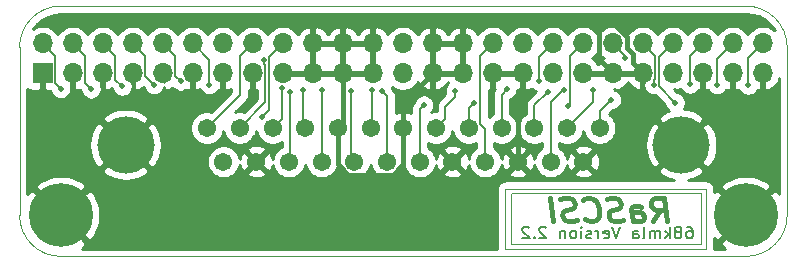
<source format=gbr>
%TF.GenerationSoftware,KiCad,Pcbnew,(5.1.6)-1*%
%TF.CreationDate,2020-08-20T09:51:15-05:00*%
%TF.ProjectId,daisy_chain_board,64616973-795f-4636-9861-696e5f626f61,rev?*%
%TF.SameCoordinates,PX59d60c0PY325aa00*%
%TF.FileFunction,Copper,L2,Bot*%
%TF.FilePolarity,Positive*%
%FSLAX46Y46*%
G04 Gerber Fmt 4.6, Leading zero omitted, Abs format (unit mm)*
G04 Created by KiCad (PCBNEW (5.1.6)-1) date 2020-08-20 09:51:15*
%MOMM*%
%LPD*%
G01*
G04 APERTURE LIST*
%TA.AperFunction,NonConductor*%
%ADD10C,0.150000*%
%TD*%
%TA.AperFunction,NonConductor*%
%ADD11C,0.400000*%
%TD*%
%TA.AperFunction,NonConductor*%
%ADD12C,0.120000*%
%TD*%
%TA.AperFunction,Profile*%
%ADD13C,0.050000*%
%TD*%
%TA.AperFunction,ComponentPad*%
%ADD14C,4.845000*%
%TD*%
%TA.AperFunction,ComponentPad*%
%ADD15C,1.545000*%
%TD*%
%TA.AperFunction,ComponentPad*%
%ADD16O,1.700000X1.700000*%
%TD*%
%TA.AperFunction,ComponentPad*%
%ADD17R,1.700000X1.700000*%
%TD*%
%TA.AperFunction,ComponentPad*%
%ADD18C,0.800000*%
%TD*%
%TA.AperFunction,ComponentPad*%
%ADD19C,5.400000*%
%TD*%
%TA.AperFunction,ViaPad*%
%ADD20C,0.800000*%
%TD*%
%TA.AperFunction,ViaPad*%
%ADD21C,0.500000*%
%TD*%
%TA.AperFunction,Conductor*%
%ADD22C,0.400000*%
%TD*%
%TA.AperFunction,Conductor*%
%ADD23C,0.200000*%
%TD*%
%TA.AperFunction,Conductor*%
%ADD24C,0.150000*%
%TD*%
%TA.AperFunction,Conductor*%
%ADD25C,0.250000*%
%TD*%
%TA.AperFunction,Conductor*%
%ADD26C,0.254000*%
%TD*%
G04 APERTURE END LIST*
D10*
X136820095Y-43172380D02*
X137010571Y-43172380D01*
X137105809Y-43220000D01*
X137153428Y-43267619D01*
X137248666Y-43410476D01*
X137296285Y-43600952D01*
X137296285Y-43981904D01*
X137248666Y-44077142D01*
X137201047Y-44124761D01*
X137105809Y-44172380D01*
X136915333Y-44172380D01*
X136820095Y-44124761D01*
X136772476Y-44077142D01*
X136724857Y-43981904D01*
X136724857Y-43743809D01*
X136772476Y-43648571D01*
X136820095Y-43600952D01*
X136915333Y-43553333D01*
X137105809Y-43553333D01*
X137201047Y-43600952D01*
X137248666Y-43648571D01*
X137296285Y-43743809D01*
X136153428Y-43600952D02*
X136248666Y-43553333D01*
X136296285Y-43505714D01*
X136343904Y-43410476D01*
X136343904Y-43362857D01*
X136296285Y-43267619D01*
X136248666Y-43220000D01*
X136153428Y-43172380D01*
X135962952Y-43172380D01*
X135867714Y-43220000D01*
X135820095Y-43267619D01*
X135772476Y-43362857D01*
X135772476Y-43410476D01*
X135820095Y-43505714D01*
X135867714Y-43553333D01*
X135962952Y-43600952D01*
X136153428Y-43600952D01*
X136248666Y-43648571D01*
X136296285Y-43696190D01*
X136343904Y-43791428D01*
X136343904Y-43981904D01*
X136296285Y-44077142D01*
X136248666Y-44124761D01*
X136153428Y-44172380D01*
X135962952Y-44172380D01*
X135867714Y-44124761D01*
X135820095Y-44077142D01*
X135772476Y-43981904D01*
X135772476Y-43791428D01*
X135820095Y-43696190D01*
X135867714Y-43648571D01*
X135962952Y-43600952D01*
X135343904Y-44172380D02*
X135343904Y-43172380D01*
X135248666Y-43791428D02*
X134962952Y-44172380D01*
X134962952Y-43505714D02*
X135343904Y-43886666D01*
X134534380Y-44172380D02*
X134534380Y-43505714D01*
X134534380Y-43600952D02*
X134486761Y-43553333D01*
X134391523Y-43505714D01*
X134248666Y-43505714D01*
X134153428Y-43553333D01*
X134105809Y-43648571D01*
X134105809Y-44172380D01*
X134105809Y-43648571D02*
X134058190Y-43553333D01*
X133962952Y-43505714D01*
X133820095Y-43505714D01*
X133724857Y-43553333D01*
X133677238Y-43648571D01*
X133677238Y-44172380D01*
X133058190Y-44172380D02*
X133153428Y-44124761D01*
X133201047Y-44029523D01*
X133201047Y-43172380D01*
X132248666Y-44172380D02*
X132248666Y-43648571D01*
X132296285Y-43553333D01*
X132391523Y-43505714D01*
X132582000Y-43505714D01*
X132677238Y-43553333D01*
X132248666Y-44124761D02*
X132343904Y-44172380D01*
X132582000Y-44172380D01*
X132677238Y-44124761D01*
X132724857Y-44029523D01*
X132724857Y-43934285D01*
X132677238Y-43839047D01*
X132582000Y-43791428D01*
X132343904Y-43791428D01*
X132248666Y-43743809D01*
X131153428Y-43172380D02*
X130820095Y-44172380D01*
X130486761Y-43172380D01*
X129772476Y-44124761D02*
X129867714Y-44172380D01*
X130058190Y-44172380D01*
X130153428Y-44124761D01*
X130201047Y-44029523D01*
X130201047Y-43648571D01*
X130153428Y-43553333D01*
X130058190Y-43505714D01*
X129867714Y-43505714D01*
X129772476Y-43553333D01*
X129724857Y-43648571D01*
X129724857Y-43743809D01*
X130201047Y-43839047D01*
X129296285Y-44172380D02*
X129296285Y-43505714D01*
X129296285Y-43696190D02*
X129248666Y-43600952D01*
X129201047Y-43553333D01*
X129105809Y-43505714D01*
X129010571Y-43505714D01*
X128724857Y-44124761D02*
X128629619Y-44172380D01*
X128439142Y-44172380D01*
X128343904Y-44124761D01*
X128296285Y-44029523D01*
X128296285Y-43981904D01*
X128343904Y-43886666D01*
X128439142Y-43839047D01*
X128582000Y-43839047D01*
X128677238Y-43791428D01*
X128724857Y-43696190D01*
X128724857Y-43648571D01*
X128677238Y-43553333D01*
X128582000Y-43505714D01*
X128439142Y-43505714D01*
X128343904Y-43553333D01*
X127867714Y-44172380D02*
X127867714Y-43505714D01*
X127867714Y-43172380D02*
X127915333Y-43220000D01*
X127867714Y-43267619D01*
X127820095Y-43220000D01*
X127867714Y-43172380D01*
X127867714Y-43267619D01*
X127248666Y-44172380D02*
X127343904Y-44124761D01*
X127391523Y-44077142D01*
X127439142Y-43981904D01*
X127439142Y-43696190D01*
X127391523Y-43600952D01*
X127343904Y-43553333D01*
X127248666Y-43505714D01*
X127105809Y-43505714D01*
X127010571Y-43553333D01*
X126962952Y-43600952D01*
X126915333Y-43696190D01*
X126915333Y-43981904D01*
X126962952Y-44077142D01*
X127010571Y-44124761D01*
X127105809Y-44172380D01*
X127248666Y-44172380D01*
X126486761Y-43505714D02*
X126486761Y-44172380D01*
X126486761Y-43600952D02*
X126439142Y-43553333D01*
X126343904Y-43505714D01*
X126201047Y-43505714D01*
X126105809Y-43553333D01*
X126058190Y-43648571D01*
X126058190Y-44172380D01*
X124867714Y-43267619D02*
X124820095Y-43220000D01*
X124724857Y-43172380D01*
X124486761Y-43172380D01*
X124391523Y-43220000D01*
X124343904Y-43267619D01*
X124296285Y-43362857D01*
X124296285Y-43458095D01*
X124343904Y-43600952D01*
X124915333Y-44172380D01*
X124296285Y-44172380D01*
X123867714Y-44077142D02*
X123820095Y-44124761D01*
X123867714Y-44172380D01*
X123915333Y-44124761D01*
X123867714Y-44077142D01*
X123867714Y-44172380D01*
X123439142Y-43267619D02*
X123391523Y-43220000D01*
X123296285Y-43172380D01*
X123058190Y-43172380D01*
X122962952Y-43220000D01*
X122915333Y-43267619D01*
X122867714Y-43362857D01*
X122867714Y-43458095D01*
X122915333Y-43600952D01*
X123486761Y-44172380D01*
X122867714Y-44172380D01*
D11*
X133956761Y-42719761D02*
X134504380Y-41767380D01*
X135099619Y-42719761D02*
X134849619Y-40719761D01*
X134087714Y-40719761D01*
X133909142Y-40815000D01*
X133825809Y-40910238D01*
X133754380Y-41100714D01*
X133790095Y-41386428D01*
X133909142Y-41576904D01*
X134016285Y-41672142D01*
X134218666Y-41767380D01*
X134980571Y-41767380D01*
X132242476Y-42719761D02*
X132111523Y-41672142D01*
X132182952Y-41481666D01*
X132361523Y-41386428D01*
X132742476Y-41386428D01*
X132944857Y-41481666D01*
X132230571Y-42624523D02*
X132432952Y-42719761D01*
X132909142Y-42719761D01*
X133087714Y-42624523D01*
X133159142Y-42434047D01*
X133135333Y-42243571D01*
X133016285Y-42053095D01*
X132813904Y-41957857D01*
X132337714Y-41957857D01*
X132135333Y-41862619D01*
X131373428Y-42624523D02*
X131099619Y-42719761D01*
X130623428Y-42719761D01*
X130421047Y-42624523D01*
X130313904Y-42529285D01*
X130194857Y-42338809D01*
X130171047Y-42148333D01*
X130242476Y-41957857D01*
X130325809Y-41862619D01*
X130504380Y-41767380D01*
X130873428Y-41672142D01*
X131052000Y-41576904D01*
X131135333Y-41481666D01*
X131206761Y-41291190D01*
X131182952Y-41100714D01*
X131063904Y-40910238D01*
X130956761Y-40815000D01*
X130754380Y-40719761D01*
X130278190Y-40719761D01*
X130004380Y-40815000D01*
X128218666Y-42529285D02*
X128325809Y-42624523D01*
X128623428Y-42719761D01*
X128813904Y-42719761D01*
X129087714Y-42624523D01*
X129254380Y-42434047D01*
X129325809Y-42243571D01*
X129373428Y-41862619D01*
X129337714Y-41576904D01*
X129194857Y-41195952D01*
X129075809Y-41005476D01*
X128861523Y-40815000D01*
X128563904Y-40719761D01*
X128373428Y-40719761D01*
X128099619Y-40815000D01*
X128016285Y-40910238D01*
X127468666Y-42624523D02*
X127194857Y-42719761D01*
X126718666Y-42719761D01*
X126516285Y-42624523D01*
X126409142Y-42529285D01*
X126290095Y-42338809D01*
X126266285Y-42148333D01*
X126337714Y-41957857D01*
X126421047Y-41862619D01*
X126599619Y-41767380D01*
X126968666Y-41672142D01*
X127147238Y-41576904D01*
X127230571Y-41481666D01*
X127302000Y-41291190D01*
X127278190Y-41100714D01*
X127159142Y-40910238D01*
X127052000Y-40815000D01*
X126849619Y-40719761D01*
X126373428Y-40719761D01*
X126099619Y-40815000D01*
X125480571Y-42719761D02*
X125230571Y-40719761D01*
D12*
X121994000Y-40342000D02*
X137996000Y-40342000D01*
X121930500Y-44660000D02*
X121930500Y-40405500D01*
X137996000Y-40342000D02*
X137996000Y-44660000D01*
X137996000Y-44660000D02*
X121930500Y-44660000D01*
X121422500Y-39961000D02*
X121422500Y-45041000D01*
X138440500Y-45041000D02*
X121422500Y-45041000D01*
X138377000Y-39961000D02*
X121422500Y-39961000D01*
X138440500Y-45041000D02*
X138440500Y-39961000D01*
D13*
X83800000Y-45696000D02*
X141800000Y-45696000D01*
X83800000Y-45696000D02*
G75*
G02*
X80300000Y-42196000I0J3500000D01*
G01*
X145300000Y-42196000D02*
G75*
G02*
X141800000Y-45696000I-3500000J0D01*
G01*
X80300000Y-27998000D02*
X80300000Y-42196000D01*
X145300000Y-27998000D02*
X145300000Y-42196000D01*
X83800000Y-24498000D02*
X141800000Y-24498000D01*
X80300000Y-27998000D02*
G75*
G02*
X83800000Y-24498000I3500000J0D01*
G01*
X141800000Y-24498000D02*
G75*
G02*
X145300000Y-27998000I0J-3500000D01*
G01*
D14*
%TO.P,J8,MH2*%
%TO.N,GND*%
X89281600Y-36250000D03*
%TO.P,J8,MH1*%
X136321600Y-36250000D03*
D15*
%TO.P,J8,25*%
%TO.N,TERMPOW*%
X97566600Y-37670000D03*
%TO.P,J8,24*%
%TO.N,GND*%
X100336600Y-37670000D03*
%TO.P,J8,23*%
%TO.N,C-D4*%
X103106600Y-37670000D03*
%TO.P,J8,22*%
%TO.N,C-D2*%
X105876600Y-37670000D03*
%TO.P,J8,21*%
%TO.N,C-D1*%
X108646600Y-37670000D03*
%TO.P,J8,20*%
%TO.N,C-DP*%
X111416600Y-37670000D03*
%TO.P,J8,19*%
%TO.N,C-SEL*%
X114186600Y-37670000D03*
%TO.P,J8,18*%
%TO.N,GND*%
X116956600Y-37670000D03*
%TO.P,J8,17*%
%TO.N,C-ATN*%
X119726600Y-37670000D03*
%TO.P,J8,16*%
%TO.N,GND*%
X122496600Y-37670000D03*
%TO.P,J8,15*%
%TO.N,C-C_D*%
X125266600Y-37670000D03*
%TO.P,J8,14*%
%TO.N,GND*%
X128036600Y-37670000D03*
%TO.P,J8,13*%
%TO.N,C-D7*%
X96181600Y-34830000D03*
%TO.P,J8,12*%
%TO.N,C-D6*%
X98951600Y-34830000D03*
%TO.P,J8,11*%
%TO.N,C-D5*%
X101721600Y-34830000D03*
%TO.P,J8,10*%
%TO.N,C-D3*%
X104491600Y-34830000D03*
%TO.P,J8,9*%
%TO.N,GND*%
X107261600Y-34830000D03*
%TO.P,J8,8*%
%TO.N,C-D0*%
X110031600Y-34830000D03*
%TO.P,J8,7*%
%TO.N,GND*%
X112801600Y-34830000D03*
%TO.P,J8,6*%
%TO.N,C-BSY*%
X115571600Y-34830000D03*
%TO.P,J8,5*%
%TO.N,C-ACK*%
X118341600Y-34830000D03*
%TO.P,J8,4*%
%TO.N,C-RST*%
X121111600Y-34830000D03*
%TO.P,J8,3*%
%TO.N,C-I_O*%
X123881600Y-34830000D03*
%TO.P,J8,2*%
%TO.N,C-MSG*%
X126651600Y-34830000D03*
%TO.P,J8,1*%
%TO.N,C-REQ*%
X129421600Y-34830000D03*
%TD*%
D16*
%TO.P,J7,50*%
%TO.N,C-I_O*%
X143226500Y-27654500D03*
%TO.P,J7,49*%
%TO.N,GND*%
X143226500Y-30194500D03*
%TO.P,J7,48*%
%TO.N,C-REQ*%
X140686500Y-27654500D03*
%TO.P,J7,47*%
%TO.N,GND*%
X140686500Y-30194500D03*
%TO.P,J7,46*%
%TO.N,C-C_D*%
X138146500Y-27654500D03*
%TO.P,J7,45*%
%TO.N,GND*%
X138146500Y-30194500D03*
%TO.P,J7,44*%
%TO.N,C-SEL*%
X135606500Y-27654500D03*
%TO.P,J7,43*%
%TO.N,GND*%
X135606500Y-30194500D03*
%TO.P,J7,42*%
%TO.N,C-MSG*%
X133066500Y-27654500D03*
%TO.P,J7,41*%
%TO.N,GND*%
X133066500Y-30194500D03*
%TO.P,J7,40*%
%TO.N,C-RST*%
X130526500Y-27654500D03*
%TO.P,J7,39*%
%TO.N,GND*%
X130526500Y-30194500D03*
%TO.P,J7,38*%
%TO.N,C-ACK*%
X127986500Y-27654500D03*
%TO.P,J7,37*%
%TO.N,GND*%
X127986500Y-30194500D03*
%TO.P,J7,36*%
%TO.N,C-BSY*%
X125446500Y-27654500D03*
%TO.P,J7,35*%
%TO.N,GND*%
X125446500Y-30194500D03*
%TO.P,J7,34*%
%TO.N,Net-(J7-Pad34)*%
X122906500Y-27654500D03*
%TO.P,J7,33*%
%TO.N,GND*%
X122906500Y-30194500D03*
%TO.P,J7,32*%
%TO.N,C-ATN*%
X120366500Y-27654500D03*
%TO.P,J7,31*%
%TO.N,GND*%
X120366500Y-30194500D03*
%TO.P,J7,30*%
X117826500Y-27654500D03*
%TO.P,J7,29*%
X117826500Y-30194500D03*
%TO.P,J7,28*%
X115286500Y-27654500D03*
%TO.P,J7,27*%
X115286500Y-30194500D03*
%TO.P,J7,26*%
%TO.N,TERMPOW*%
X112746500Y-27654500D03*
%TO.P,J7,25*%
%TO.N,Net-(J7-Pad25)*%
X112746500Y-30194500D03*
%TO.P,J7,24*%
%TO.N,GND*%
X110206500Y-27654500D03*
%TO.P,J7,23*%
X110206500Y-30194500D03*
%TO.P,J7,22*%
X107666500Y-27654500D03*
%TO.P,J7,21*%
X107666500Y-30194500D03*
%TO.P,J7,20*%
X105126500Y-27654500D03*
%TO.P,J7,19*%
X105126500Y-30194500D03*
%TO.P,J7,18*%
%TO.N,C-DP*%
X102586500Y-27654500D03*
%TO.P,J7,17*%
%TO.N,GND*%
X102586500Y-30194500D03*
%TO.P,J7,16*%
%TO.N,C-D7*%
X100046500Y-27654500D03*
%TO.P,J7,15*%
%TO.N,GND*%
X100046500Y-30194500D03*
%TO.P,J7,14*%
%TO.N,C-D6*%
X97506500Y-27654500D03*
%TO.P,J7,13*%
%TO.N,GND*%
X97506500Y-30194500D03*
%TO.P,J7,12*%
%TO.N,C-D5*%
X94966500Y-27654500D03*
%TO.P,J7,11*%
%TO.N,GND*%
X94966500Y-30194500D03*
%TO.P,J7,10*%
%TO.N,C-D4*%
X92426500Y-27654500D03*
%TO.P,J7,9*%
%TO.N,GND*%
X92426500Y-30194500D03*
%TO.P,J7,8*%
%TO.N,C-D3*%
X89886500Y-27654500D03*
%TO.P,J7,7*%
%TO.N,GND*%
X89886500Y-30194500D03*
%TO.P,J7,6*%
%TO.N,C-D2*%
X87346500Y-27654500D03*
%TO.P,J7,5*%
%TO.N,GND*%
X87346500Y-30194500D03*
%TO.P,J7,4*%
%TO.N,C-D1*%
X84806500Y-27654500D03*
%TO.P,J7,3*%
%TO.N,GND*%
X84806500Y-30194500D03*
%TO.P,J7,2*%
%TO.N,C-D0*%
X82266500Y-27654500D03*
D17*
%TO.P,J7,1*%
%TO.N,GND*%
X82266500Y-30194500D03*
%TD*%
D18*
%TO.P,H6,1*%
%TO.N,GND*%
X143231891Y-40768109D03*
X141800000Y-40175000D03*
X140368109Y-40768109D03*
X139775000Y-42200000D03*
X140368109Y-43631891D03*
X141800000Y-44225000D03*
X143231891Y-43631891D03*
X143825000Y-42200000D03*
D19*
X141800000Y-42200000D03*
%TD*%
D18*
%TO.P,H5,1*%
%TO.N,GND*%
X85231891Y-40768109D03*
X83800000Y-40175000D03*
X82368109Y-40768109D03*
X81775000Y-42200000D03*
X82368109Y-43631891D03*
X83800000Y-44225000D03*
X85231891Y-43631891D03*
X85825000Y-42200000D03*
D19*
X83800000Y-42200000D03*
%TD*%
D20*
%TO.N,GND*%
X100364000Y-35719000D03*
D21*
%TO.N,C-REQ*%
X139350000Y-31150000D03*
X130419308Y-32414713D03*
%TO.N,C-MSG*%
X133993502Y-31150000D03*
X128817950Y-31630159D03*
%TO.N,C-BSY*%
X124270000Y-30872990D03*
X117187010Y-31684832D03*
%TO.N,C-SEL*%
X114530000Y-32870000D03*
X135828947Y-32665648D03*
%TO.N,C-RST*%
X121540000Y-31560000D03*
X131560000Y-28920000D03*
%TO.N,C-ACK*%
X126730000Y-32950000D03*
X118812489Y-32689064D03*
%TO.N,C-DP*%
X100860000Y-33850000D03*
X110992489Y-31685265D03*
%TO.N,C-D0*%
X83780000Y-31480000D03*
X110120000Y-31630000D03*
%TO.N,C-D1*%
X86370000Y-31530000D03*
X108350000Y-31680000D03*
%TO.N,C-D2*%
X105950000Y-31630000D03*
X89002424Y-31302989D03*
%TO.N,C-D3*%
X104280000Y-31580000D03*
X91693529Y-31178968D03*
%TO.N,C-D4*%
X103220000Y-31750000D03*
X93930504Y-30851957D03*
%TO.N,C-D5*%
X96380000Y-31150000D03*
X102510000Y-31434946D03*
%TO.N,C-D6*%
X100973502Y-29027449D03*
%TO.N,C-I_O*%
X142000000Y-31220000D03*
X125036247Y-31748511D03*
%TO.N,C-C_D*%
X137054940Y-31121502D03*
X126371042Y-31585360D03*
%TD*%
D22*
%TO.N,GND*%
X107666500Y-34425100D02*
X107261600Y-34830000D01*
X107666500Y-30194500D02*
X107666500Y-34425100D01*
X112801600Y-37912262D02*
X112801600Y-34830000D01*
X111944361Y-38769501D02*
X112801600Y-37912262D01*
X108118839Y-38769501D02*
X111944361Y-38769501D01*
X107261600Y-37912262D02*
X108118839Y-38769501D01*
X107261600Y-34830000D02*
X107261600Y-37912262D01*
X112801600Y-32679400D02*
X112801600Y-34830000D01*
X115286500Y-30194500D02*
X112801600Y-32679400D01*
X122496600Y-31806481D02*
X122496600Y-37670000D01*
X122906500Y-31396581D02*
X122496600Y-31806481D01*
X122906500Y-30194500D02*
X122906500Y-31396581D01*
X129340000Y-25640000D02*
X126750000Y-25640000D01*
X131703501Y-27089539D02*
X130253962Y-25640000D01*
X131703501Y-28033463D02*
X131703501Y-27089539D01*
X132216501Y-28546463D02*
X131703501Y-28033463D01*
X132216501Y-29344501D02*
X132216501Y-28546463D01*
X133066500Y-30194500D02*
X132216501Y-29344501D01*
X129349499Y-25649499D02*
X129340000Y-25640000D01*
X129349499Y-29017499D02*
X129349499Y-25649499D01*
X130526500Y-30194500D02*
X129349499Y-29017499D01*
X130253962Y-25640000D02*
X129340000Y-25640000D01*
X122815538Y-26003500D02*
X123732000Y-26003500D01*
D23*
%TO.N,C-REQ*%
X139350000Y-28991000D02*
X140686500Y-27654500D01*
X139350000Y-31150000D02*
X139350000Y-28991000D01*
X129421600Y-34830000D02*
X129421600Y-33412421D01*
X129421600Y-33412421D02*
X130419308Y-32414713D01*
%TO.N,C-MSG*%
X133993502Y-30796447D02*
X133993502Y-31150000D01*
X133066500Y-27654500D02*
X134143501Y-28731501D01*
X134143501Y-30646448D02*
X133993502Y-30796447D01*
X134143501Y-28731501D02*
X134143501Y-30646448D01*
X126651600Y-34830000D02*
X128817950Y-32663650D01*
X128817950Y-32663650D02*
X128817950Y-31630159D01*
%TO.N,C-BSY*%
X124270000Y-28831000D02*
X124270000Y-30872990D01*
X125446500Y-27654500D02*
X124270000Y-28831000D01*
X117187010Y-32191212D02*
X117187010Y-31684832D01*
X116344099Y-34057501D02*
X116344099Y-33034123D01*
X116344099Y-33034123D02*
X117187010Y-32191212D01*
X115571600Y-34830000D02*
X116344099Y-34057501D01*
%TO.N,C-SEL*%
X114186600Y-33213400D02*
X114186600Y-37670000D01*
X114530000Y-32870000D02*
X114186600Y-33213400D01*
X134470512Y-31307213D02*
X135828947Y-32665648D01*
X135606500Y-27654500D02*
X134470512Y-28790488D01*
X134470512Y-28790488D02*
X134470512Y-31307213D01*
%TO.N,C-RST*%
X121111600Y-31988400D02*
X121540000Y-31560000D01*
X121111600Y-34830000D02*
X121111600Y-31988400D01*
D24*
X131560000Y-28688000D02*
X131560000Y-28920000D01*
X130526500Y-27654500D02*
X131560000Y-28688000D01*
D23*
%TO.N,C-ACK*%
X126909499Y-28731501D02*
X126909499Y-32770501D01*
X126909499Y-32770501D02*
X126730000Y-32950000D01*
X127986500Y-27654500D02*
X126909499Y-28731501D01*
X118341600Y-33159953D02*
X118812489Y-32689064D01*
X118341600Y-34830000D02*
X118341600Y-33159953D01*
%TO.N,C-ATN*%
X119726600Y-34924262D02*
X119726600Y-37670000D01*
X119289499Y-34487161D02*
X119726600Y-34924262D01*
X119289499Y-28731501D02*
X119289499Y-34487161D01*
X120366500Y-27654500D02*
X119289499Y-28731501D01*
%TO.N,C-DP*%
X101450512Y-28790488D02*
X102586500Y-27654500D01*
X101450512Y-33259488D02*
X101450512Y-28790488D01*
X100860000Y-33850000D02*
X101450512Y-33259488D01*
X111416600Y-32109376D02*
X111242488Y-31935264D01*
X111416600Y-37670000D02*
X111416600Y-32109376D01*
X111242488Y-31935264D02*
X110992489Y-31685265D01*
%TO.N,C-D0*%
X83343501Y-31043501D02*
X83780000Y-31480000D01*
X82266500Y-27654500D02*
X83343501Y-28731501D01*
X83343501Y-28731501D02*
X83343501Y-31043501D01*
X110120000Y-34741600D02*
X110031600Y-34830000D01*
X110120000Y-31630000D02*
X110120000Y-34741600D01*
%TO.N,C-D1*%
X85883501Y-31043501D02*
X86370000Y-31530000D01*
X84806500Y-27654500D02*
X85883501Y-28731501D01*
X85883501Y-28731501D02*
X85883501Y-31043501D01*
X108350000Y-37373400D02*
X108646600Y-37670000D01*
X108350000Y-31680000D02*
X108350000Y-37373400D01*
%TO.N,C-D2*%
X105950000Y-37596600D02*
X105876600Y-37670000D01*
X105950000Y-31630000D02*
X105950000Y-37596600D01*
X88423501Y-30724066D02*
X89002424Y-31302989D01*
X88423501Y-28731501D02*
X88423501Y-30724066D01*
X87346500Y-27654500D02*
X88423501Y-28731501D01*
%TO.N,C-D3*%
X104280000Y-34618400D02*
X104491600Y-34830000D01*
X104280000Y-31580000D02*
X104280000Y-34618400D01*
X90963501Y-28731501D02*
X90963501Y-30448940D01*
X89886500Y-27654500D02*
X90963501Y-28731501D01*
X90963501Y-30448940D02*
X91693529Y-31178968D01*
%TO.N,C-D4*%
X103220000Y-37556600D02*
X103106600Y-37670000D01*
X103220000Y-31750000D02*
X103220000Y-37556600D01*
X93503501Y-28731501D02*
X93503501Y-30424954D01*
X93503501Y-30424954D02*
X93930504Y-30851957D01*
X92426500Y-27654500D02*
X93503501Y-28731501D01*
D25*
%TO.N,C-D5*%
X94585500Y-27273500D02*
X94966500Y-27654500D01*
D23*
X94966500Y-27654500D02*
X96380000Y-29068000D01*
X96380000Y-29068000D02*
X96380000Y-31150000D01*
X102510000Y-34041600D02*
X102510000Y-31434946D01*
X101721600Y-34830000D02*
X102510000Y-34041600D01*
%TO.N,C-D6*%
X98951600Y-34830000D02*
X101123501Y-32658099D01*
X101123501Y-29531001D02*
X100973502Y-29381002D01*
X101123501Y-32658099D02*
X101123501Y-29531001D01*
X100973502Y-29381002D02*
X100973502Y-29027449D01*
%TO.N,C-D7*%
X98969499Y-32042101D02*
X96181600Y-34830000D01*
X98969499Y-28731501D02*
X98969499Y-32042101D01*
X100046500Y-27654500D02*
X98969499Y-28731501D01*
%TO.N,C-I_O*%
X142000000Y-28881000D02*
X143226500Y-27654500D01*
X142000000Y-31220000D02*
X142000000Y-28881000D01*
X123881600Y-34830000D02*
X123881600Y-32903158D01*
X123881600Y-32903158D02*
X125036247Y-31748511D01*
%TO.N,C-C_D*%
X137054940Y-28746060D02*
X137054940Y-31121502D01*
X138146500Y-27654500D02*
X137054940Y-28746060D01*
X125266600Y-32604208D02*
X126301830Y-31568978D01*
X126301830Y-31568978D02*
X126354660Y-31568978D01*
X125266600Y-37670000D02*
X125266600Y-32604208D01*
X126354660Y-31568978D02*
X126371042Y-31585360D01*
%TD*%
D26*
%TO.N,GND*%
G36*
X82393500Y-30067500D02*
G01*
X82413500Y-30067500D01*
X82413500Y-30321500D01*
X82393500Y-30321500D01*
X82393500Y-31520750D01*
X82552250Y-31679500D01*
X82917741Y-31681490D01*
X82929010Y-31738145D01*
X82995723Y-31899205D01*
X83092576Y-32044155D01*
X83215845Y-32167424D01*
X83360795Y-32264277D01*
X83521855Y-32330990D01*
X83692835Y-32365000D01*
X83867165Y-32365000D01*
X84038145Y-32330990D01*
X84199205Y-32264277D01*
X84344155Y-32167424D01*
X84467424Y-32044155D01*
X84564277Y-31899205D01*
X84630990Y-31738145D01*
X84665000Y-31567165D01*
X84665000Y-31522307D01*
X84679500Y-31514655D01*
X84679500Y-30321500D01*
X84659500Y-30321500D01*
X84659500Y-30067500D01*
X84679500Y-30067500D01*
X84679500Y-30047500D01*
X84933500Y-30047500D01*
X84933500Y-30067500D01*
X84953500Y-30067500D01*
X84953500Y-30321500D01*
X84933500Y-30321500D01*
X84933500Y-31514655D01*
X85163390Y-31635976D01*
X85310599Y-31591325D01*
X85362385Y-31566659D01*
X85389309Y-31588755D01*
X85501706Y-31701152D01*
X85519010Y-31788145D01*
X85585723Y-31949205D01*
X85682576Y-32094155D01*
X85805845Y-32217424D01*
X85950795Y-32314277D01*
X86111855Y-32380990D01*
X86282835Y-32415000D01*
X86457165Y-32415000D01*
X86628145Y-32380990D01*
X86789205Y-32314277D01*
X86934155Y-32217424D01*
X87057424Y-32094155D01*
X87154277Y-31949205D01*
X87220990Y-31788145D01*
X87255000Y-31617165D01*
X87255000Y-31442835D01*
X87220990Y-31271855D01*
X87219500Y-31268258D01*
X87219500Y-30321500D01*
X87199500Y-30321500D01*
X87199500Y-30067500D01*
X87219500Y-30067500D01*
X87219500Y-30047500D01*
X87473500Y-30047500D01*
X87473500Y-30067500D01*
X87493500Y-30067500D01*
X87493500Y-30321500D01*
X87473500Y-30321500D01*
X87473500Y-31514655D01*
X87703390Y-31635976D01*
X87850599Y-31591325D01*
X88113420Y-31466141D01*
X88120700Y-31460711D01*
X88134130Y-31474142D01*
X88151434Y-31561134D01*
X88218147Y-31722194D01*
X88315000Y-31867144D01*
X88438269Y-31990413D01*
X88583219Y-32087266D01*
X88744279Y-32153979D01*
X88915259Y-32187989D01*
X89089589Y-32187989D01*
X89260569Y-32153979D01*
X89421629Y-32087266D01*
X89566579Y-31990413D01*
X89689848Y-31867144D01*
X89786701Y-31722194D01*
X89853414Y-31561134D01*
X89887424Y-31390154D01*
X89887424Y-31215824D01*
X89853414Y-31044844D01*
X89786701Y-30883784D01*
X89759500Y-30843075D01*
X89759500Y-30321500D01*
X89739500Y-30321500D01*
X89739500Y-30067500D01*
X89759500Y-30067500D01*
X89759500Y-30047500D01*
X90013500Y-30047500D01*
X90013500Y-30067500D01*
X90033500Y-30067500D01*
X90033500Y-30321500D01*
X90013500Y-30321500D01*
X90013500Y-31514655D01*
X90243390Y-31635976D01*
X90390599Y-31591325D01*
X90653420Y-31466141D01*
X90818284Y-31343170D01*
X90825235Y-31350121D01*
X90842539Y-31437113D01*
X90909252Y-31598173D01*
X91006105Y-31743123D01*
X91129374Y-31866392D01*
X91274324Y-31963245D01*
X91435384Y-32029958D01*
X91606364Y-32063968D01*
X91780694Y-32063968D01*
X91951674Y-32029958D01*
X92112734Y-31963245D01*
X92257684Y-31866392D01*
X92380953Y-31743123D01*
X92477806Y-31598173D01*
X92544519Y-31437113D01*
X92553500Y-31391962D01*
X92553500Y-31514655D01*
X92783390Y-31635976D01*
X92930599Y-31591325D01*
X93193420Y-31466141D01*
X93250519Y-31423551D01*
X93366349Y-31539381D01*
X93511299Y-31636234D01*
X93672359Y-31702947D01*
X93843339Y-31736957D01*
X94017669Y-31736957D01*
X94188649Y-31702947D01*
X94349709Y-31636234D01*
X94435848Y-31578678D01*
X94462401Y-31591325D01*
X94609610Y-31635976D01*
X94839500Y-31514655D01*
X94839500Y-30321500D01*
X94819500Y-30321500D01*
X94819500Y-30067500D01*
X94839500Y-30067500D01*
X94839500Y-30047500D01*
X95093500Y-30047500D01*
X95093500Y-30067500D01*
X95113500Y-30067500D01*
X95113500Y-30321500D01*
X95093500Y-30321500D01*
X95093500Y-31514655D01*
X95323390Y-31635976D01*
X95470599Y-31591325D01*
X95582757Y-31537903D01*
X95595723Y-31569205D01*
X95692576Y-31714155D01*
X95815845Y-31837424D01*
X95960795Y-31934277D01*
X96121855Y-32000990D01*
X96292835Y-32035000D01*
X96467165Y-32035000D01*
X96638145Y-32000990D01*
X96799205Y-31934277D01*
X96944155Y-31837424D01*
X97067424Y-31714155D01*
X97124709Y-31628423D01*
X97149610Y-31635976D01*
X97379500Y-31514655D01*
X97379500Y-30321500D01*
X97359500Y-30321500D01*
X97359500Y-30067500D01*
X97379500Y-30067500D01*
X97379500Y-30047500D01*
X97633500Y-30047500D01*
X97633500Y-30067500D01*
X97653500Y-30067500D01*
X97653500Y-30321500D01*
X97633500Y-30321500D01*
X97633500Y-31514655D01*
X97863390Y-31635976D01*
X98010599Y-31591325D01*
X98234500Y-31484679D01*
X98234500Y-31737653D01*
X96511589Y-33460565D01*
X96320227Y-33422500D01*
X96042973Y-33422500D01*
X95771047Y-33476590D01*
X95514899Y-33582690D01*
X95284371Y-33736724D01*
X95088324Y-33932771D01*
X94934290Y-34163299D01*
X94828190Y-34419447D01*
X94774100Y-34691373D01*
X94774100Y-34968627D01*
X94828190Y-35240553D01*
X94934290Y-35496701D01*
X95088324Y-35727229D01*
X95284371Y-35923276D01*
X95514899Y-36077310D01*
X95771047Y-36183410D01*
X96042973Y-36237500D01*
X96320227Y-36237500D01*
X96592153Y-36183410D01*
X96848301Y-36077310D01*
X97078829Y-35923276D01*
X97274876Y-35727229D01*
X97428910Y-35496701D01*
X97535010Y-35240553D01*
X97566600Y-35081741D01*
X97598190Y-35240553D01*
X97704290Y-35496701D01*
X97858324Y-35727229D01*
X98054371Y-35923276D01*
X98284899Y-36077310D01*
X98541047Y-36183410D01*
X98812973Y-36237500D01*
X99090227Y-36237500D01*
X99362153Y-36183410D01*
X99618301Y-36077310D01*
X99848829Y-35923276D01*
X100044876Y-35727229D01*
X100198910Y-35496701D01*
X100305010Y-35240553D01*
X100336600Y-35081741D01*
X100368190Y-35240553D01*
X100474290Y-35496701D01*
X100628324Y-35727229D01*
X100824371Y-35923276D01*
X101054899Y-36077310D01*
X101311047Y-36183410D01*
X101582973Y-36237500D01*
X101860227Y-36237500D01*
X102132153Y-36183410D01*
X102388301Y-36077310D01*
X102485001Y-36012697D01*
X102485001Y-36404008D01*
X102439899Y-36422690D01*
X102209371Y-36576724D01*
X102013324Y-36772771D01*
X101859290Y-37003299D01*
X101753190Y-37259447D01*
X101721878Y-37416862D01*
X101707987Y-37324212D01*
X101614176Y-37063312D01*
X101550827Y-36944793D01*
X101309664Y-36876541D01*
X100516205Y-37670000D01*
X101309664Y-38463459D01*
X101550827Y-38395207D01*
X101668977Y-38144389D01*
X101722834Y-37927946D01*
X101753190Y-38080553D01*
X101859290Y-38336701D01*
X102013324Y-38567229D01*
X102209371Y-38763276D01*
X102439899Y-38917310D01*
X102696047Y-39023410D01*
X102967973Y-39077500D01*
X103245227Y-39077500D01*
X103517153Y-39023410D01*
X103773301Y-38917310D01*
X104003829Y-38763276D01*
X104199876Y-38567229D01*
X104353910Y-38336701D01*
X104460010Y-38080553D01*
X104491600Y-37921741D01*
X104523190Y-38080553D01*
X104629290Y-38336701D01*
X104783324Y-38567229D01*
X104979371Y-38763276D01*
X105209899Y-38917310D01*
X105466047Y-39023410D01*
X105737973Y-39077500D01*
X106015227Y-39077500D01*
X106287153Y-39023410D01*
X106543301Y-38917310D01*
X106773829Y-38763276D01*
X106969876Y-38567229D01*
X107123910Y-38336701D01*
X107230010Y-38080553D01*
X107261600Y-37921741D01*
X107293190Y-38080553D01*
X107399290Y-38336701D01*
X107553324Y-38567229D01*
X107749371Y-38763276D01*
X107979899Y-38917310D01*
X108236047Y-39023410D01*
X108507973Y-39077500D01*
X108785227Y-39077500D01*
X109057153Y-39023410D01*
X109313301Y-38917310D01*
X109543829Y-38763276D01*
X109739876Y-38567229D01*
X109893910Y-38336701D01*
X110000010Y-38080553D01*
X110031600Y-37921741D01*
X110063190Y-38080553D01*
X110169290Y-38336701D01*
X110323324Y-38567229D01*
X110519371Y-38763276D01*
X110749899Y-38917310D01*
X111006047Y-39023410D01*
X111277973Y-39077500D01*
X111555227Y-39077500D01*
X111827153Y-39023410D01*
X112083301Y-38917310D01*
X112313829Y-38763276D01*
X112509876Y-38567229D01*
X112663910Y-38336701D01*
X112770010Y-38080553D01*
X112801600Y-37921741D01*
X112833190Y-38080553D01*
X112939290Y-38336701D01*
X113093324Y-38567229D01*
X113289371Y-38763276D01*
X113519899Y-38917310D01*
X113776047Y-39023410D01*
X114047973Y-39077500D01*
X114325227Y-39077500D01*
X114597153Y-39023410D01*
X114853301Y-38917310D01*
X115083829Y-38763276D01*
X115204041Y-38643064D01*
X116163141Y-38643064D01*
X116231393Y-38884227D01*
X116482211Y-39002377D01*
X116751260Y-39069324D01*
X117028200Y-39082496D01*
X117302388Y-39041387D01*
X117563288Y-38947576D01*
X117681807Y-38884227D01*
X117750059Y-38643064D01*
X116956600Y-37849605D01*
X116163141Y-38643064D01*
X115204041Y-38643064D01*
X115279876Y-38567229D01*
X115433910Y-38336701D01*
X115540010Y-38080553D01*
X115571322Y-37923138D01*
X115585213Y-38015788D01*
X115679024Y-38276688D01*
X115742373Y-38395207D01*
X115983536Y-38463459D01*
X116776995Y-37670000D01*
X115983536Y-36876541D01*
X115742373Y-36944793D01*
X115624223Y-37195611D01*
X115570366Y-37412054D01*
X115540010Y-37259447D01*
X115433910Y-37003299D01*
X115279876Y-36772771D01*
X115204041Y-36696936D01*
X116163141Y-36696936D01*
X116956600Y-37490395D01*
X117750059Y-36696936D01*
X117681807Y-36455773D01*
X117430989Y-36337623D01*
X117161940Y-36270676D01*
X116885000Y-36257504D01*
X116610812Y-36298613D01*
X116349912Y-36392424D01*
X116231393Y-36455773D01*
X116163141Y-36696936D01*
X115204041Y-36696936D01*
X115083829Y-36576724D01*
X114921600Y-36468326D01*
X114921600Y-36084228D01*
X115161047Y-36183410D01*
X115432973Y-36237500D01*
X115710227Y-36237500D01*
X115982153Y-36183410D01*
X116238301Y-36077310D01*
X116468829Y-35923276D01*
X116664876Y-35727229D01*
X116818910Y-35496701D01*
X116925010Y-35240553D01*
X116956600Y-35081741D01*
X116988190Y-35240553D01*
X117094290Y-35496701D01*
X117248324Y-35727229D01*
X117444371Y-35923276D01*
X117674899Y-36077310D01*
X117931047Y-36183410D01*
X118202973Y-36237500D01*
X118480227Y-36237500D01*
X118752153Y-36183410D01*
X118991600Y-36084228D01*
X118991601Y-36468326D01*
X118829371Y-36576724D01*
X118633324Y-36772771D01*
X118479290Y-37003299D01*
X118373190Y-37259447D01*
X118341878Y-37416862D01*
X118327987Y-37324212D01*
X118234176Y-37063312D01*
X118170827Y-36944793D01*
X117929664Y-36876541D01*
X117136205Y-37670000D01*
X117929664Y-38463459D01*
X118170827Y-38395207D01*
X118288977Y-38144389D01*
X118342834Y-37927946D01*
X118373190Y-38080553D01*
X118479290Y-38336701D01*
X118633324Y-38567229D01*
X118829371Y-38763276D01*
X119059899Y-38917310D01*
X119316047Y-39023410D01*
X119587973Y-39077500D01*
X119865227Y-39077500D01*
X120137153Y-39023410D01*
X120393301Y-38917310D01*
X120623829Y-38763276D01*
X120744041Y-38643064D01*
X121703141Y-38643064D01*
X121771393Y-38884227D01*
X122022211Y-39002377D01*
X122291260Y-39069324D01*
X122568200Y-39082496D01*
X122842388Y-39041387D01*
X123103288Y-38947576D01*
X123221807Y-38884227D01*
X123290059Y-38643064D01*
X122496600Y-37849605D01*
X121703141Y-38643064D01*
X120744041Y-38643064D01*
X120819876Y-38567229D01*
X120973910Y-38336701D01*
X121080010Y-38080553D01*
X121111322Y-37923138D01*
X121125213Y-38015788D01*
X121219024Y-38276688D01*
X121282373Y-38395207D01*
X121523536Y-38463459D01*
X122316995Y-37670000D01*
X121523536Y-36876541D01*
X121282373Y-36944793D01*
X121164223Y-37195611D01*
X121110366Y-37412054D01*
X121080010Y-37259447D01*
X120973910Y-37003299D01*
X120819876Y-36772771D01*
X120744041Y-36696936D01*
X121703141Y-36696936D01*
X122496600Y-37490395D01*
X123290059Y-36696936D01*
X123221807Y-36455773D01*
X122970989Y-36337623D01*
X122701940Y-36270676D01*
X122425000Y-36257504D01*
X122150812Y-36298613D01*
X121889912Y-36392424D01*
X121771393Y-36455773D01*
X121703141Y-36696936D01*
X120744041Y-36696936D01*
X120623829Y-36576724D01*
X120461600Y-36468326D01*
X120461600Y-36084228D01*
X120701047Y-36183410D01*
X120972973Y-36237500D01*
X121250227Y-36237500D01*
X121522153Y-36183410D01*
X121778301Y-36077310D01*
X122008829Y-35923276D01*
X122204876Y-35727229D01*
X122358910Y-35496701D01*
X122465010Y-35240553D01*
X122496600Y-35081741D01*
X122528190Y-35240553D01*
X122634290Y-35496701D01*
X122788324Y-35727229D01*
X122984371Y-35923276D01*
X123214899Y-36077310D01*
X123471047Y-36183410D01*
X123742973Y-36237500D01*
X124020227Y-36237500D01*
X124292153Y-36183410D01*
X124531600Y-36084228D01*
X124531600Y-36468326D01*
X124369371Y-36576724D01*
X124173324Y-36772771D01*
X124019290Y-37003299D01*
X123913190Y-37259447D01*
X123881878Y-37416862D01*
X123867987Y-37324212D01*
X123774176Y-37063312D01*
X123710827Y-36944793D01*
X123469664Y-36876541D01*
X122676205Y-37670000D01*
X123469664Y-38463459D01*
X123710827Y-38395207D01*
X123828977Y-38144389D01*
X123882834Y-37927946D01*
X123913190Y-38080553D01*
X124019290Y-38336701D01*
X124173324Y-38567229D01*
X124369371Y-38763276D01*
X124599899Y-38917310D01*
X124856047Y-39023410D01*
X125127973Y-39077500D01*
X125405227Y-39077500D01*
X125677153Y-39023410D01*
X125933301Y-38917310D01*
X126163829Y-38763276D01*
X126284041Y-38643064D01*
X127243141Y-38643064D01*
X127311393Y-38884227D01*
X127562211Y-39002377D01*
X127831260Y-39069324D01*
X128108200Y-39082496D01*
X128382388Y-39041387D01*
X128643288Y-38947576D01*
X128761807Y-38884227D01*
X128830059Y-38643064D01*
X128036600Y-37849605D01*
X127243141Y-38643064D01*
X126284041Y-38643064D01*
X126359876Y-38567229D01*
X126513910Y-38336701D01*
X126620010Y-38080553D01*
X126651322Y-37923138D01*
X126665213Y-38015788D01*
X126759024Y-38276688D01*
X126822373Y-38395207D01*
X127063536Y-38463459D01*
X127856995Y-37670000D01*
X128216205Y-37670000D01*
X129009664Y-38463459D01*
X129250827Y-38395207D01*
X129368977Y-38144389D01*
X129435924Y-37875340D01*
X129449096Y-37598400D01*
X129407987Y-37324212D01*
X129314176Y-37063312D01*
X129250827Y-36944793D01*
X129009664Y-36876541D01*
X128216205Y-37670000D01*
X127856995Y-37670000D01*
X127063536Y-36876541D01*
X126822373Y-36944793D01*
X126704223Y-37195611D01*
X126650366Y-37412054D01*
X126620010Y-37259447D01*
X126513910Y-37003299D01*
X126359876Y-36772771D01*
X126284041Y-36696936D01*
X127243141Y-36696936D01*
X128036600Y-37490395D01*
X128830059Y-36696936D01*
X128761807Y-36455773D01*
X128510989Y-36337623D01*
X128241940Y-36270676D01*
X127965000Y-36257504D01*
X127690812Y-36298613D01*
X127429912Y-36392424D01*
X127311393Y-36455773D01*
X127243141Y-36696936D01*
X126284041Y-36696936D01*
X126163829Y-36576724D01*
X126001600Y-36468326D01*
X126001600Y-36256387D01*
X133249313Y-36256387D01*
X133309592Y-36855638D01*
X133485620Y-37431614D01*
X133763538Y-37951561D01*
X134173569Y-38218426D01*
X136141995Y-36250000D01*
X136501205Y-36250000D01*
X138469631Y-38218426D01*
X138879662Y-37951561D01*
X139162467Y-37419813D01*
X139336100Y-36843109D01*
X139393887Y-36243613D01*
X139333608Y-35644362D01*
X139157580Y-35068386D01*
X138879662Y-34548439D01*
X138469631Y-34281574D01*
X136501205Y-36250000D01*
X136141995Y-36250000D01*
X134173569Y-34281574D01*
X133763538Y-34548439D01*
X133480733Y-35080187D01*
X133307100Y-35656891D01*
X133249313Y-36256387D01*
X126001600Y-36256387D01*
X126001600Y-36084228D01*
X126241047Y-36183410D01*
X126512973Y-36237500D01*
X126790227Y-36237500D01*
X127062153Y-36183410D01*
X127318301Y-36077310D01*
X127548829Y-35923276D01*
X127744876Y-35727229D01*
X127898910Y-35496701D01*
X128005010Y-35240553D01*
X128036600Y-35081741D01*
X128068190Y-35240553D01*
X128174290Y-35496701D01*
X128328324Y-35727229D01*
X128524371Y-35923276D01*
X128754899Y-36077310D01*
X129011047Y-36183410D01*
X129282973Y-36237500D01*
X129560227Y-36237500D01*
X129832153Y-36183410D01*
X130088301Y-36077310D01*
X130318829Y-35923276D01*
X130514876Y-35727229D01*
X130668910Y-35496701D01*
X130775010Y-35240553D01*
X130829100Y-34968627D01*
X130829100Y-34691373D01*
X130775010Y-34419447D01*
X130668910Y-34163299D01*
X130514876Y-33932771D01*
X130318829Y-33736724D01*
X130209677Y-33663791D01*
X130590461Y-33283007D01*
X130677453Y-33265703D01*
X130838513Y-33198990D01*
X130983463Y-33102137D01*
X131106732Y-32978868D01*
X131203585Y-32833918D01*
X131270298Y-32672858D01*
X131304308Y-32501878D01*
X131304308Y-32327548D01*
X131270298Y-32156568D01*
X131203585Y-31995508D01*
X131106732Y-31850558D01*
X130983463Y-31727289D01*
X130838513Y-31630436D01*
X130677453Y-31563723D01*
X130653502Y-31558959D01*
X130653502Y-31514656D01*
X130883390Y-31635976D01*
X131030599Y-31591325D01*
X131293420Y-31466141D01*
X131526769Y-31292088D01*
X131721678Y-31075855D01*
X131796500Y-30950245D01*
X131871322Y-31075855D01*
X132066231Y-31292088D01*
X132299580Y-31466141D01*
X132562401Y-31591325D01*
X132709610Y-31635976D01*
X132939500Y-31514655D01*
X132939500Y-30321500D01*
X130653500Y-30321500D01*
X130653500Y-30341500D01*
X130399500Y-30341500D01*
X130399500Y-30321500D01*
X128113500Y-30321500D01*
X128113500Y-30341500D01*
X127859500Y-30341500D01*
X127859500Y-30321500D01*
X127839500Y-30321500D01*
X127839500Y-30067500D01*
X127859500Y-30067500D01*
X127859500Y-30047500D01*
X128113500Y-30047500D01*
X128113500Y-30067500D01*
X130399500Y-30067500D01*
X130399500Y-30047500D01*
X130653500Y-30047500D01*
X130653500Y-30067500D01*
X132939500Y-30067500D01*
X132939500Y-30047500D01*
X133193500Y-30047500D01*
X133193500Y-30067500D01*
X133213500Y-30067500D01*
X133213500Y-30321500D01*
X133193500Y-30321500D01*
X133193500Y-30768759D01*
X133142512Y-30891855D01*
X133108502Y-31062835D01*
X133108502Y-31237165D01*
X133142512Y-31408145D01*
X133209225Y-31569205D01*
X133306078Y-31714155D01*
X133429347Y-31837424D01*
X133574297Y-31934277D01*
X133735357Y-32000990D01*
X133906337Y-32035000D01*
X134080667Y-32035000D01*
X134145881Y-32022028D01*
X134960653Y-32836801D01*
X134977957Y-32923793D01*
X135044670Y-33084853D01*
X135141523Y-33229803D01*
X135264792Y-33353072D01*
X135288211Y-33368720D01*
X135139986Y-33414020D01*
X134620039Y-33691938D01*
X134353174Y-34101969D01*
X136321600Y-36070395D01*
X138290026Y-34101969D01*
X138023161Y-33691938D01*
X137491413Y-33409133D01*
X136914709Y-33235500D01*
X136536898Y-33199082D01*
X136613224Y-33084853D01*
X136679937Y-32923793D01*
X136713947Y-32752813D01*
X136713947Y-32578483D01*
X136679937Y-32407503D01*
X136613224Y-32246443D01*
X136516371Y-32101493D01*
X136393102Y-31978224D01*
X136248152Y-31881371D01*
X136087092Y-31814658D01*
X136000100Y-31797354D01*
X135733502Y-31530757D01*
X135733502Y-31514656D01*
X135963390Y-31635976D01*
X136110599Y-31591325D01*
X136261799Y-31519307D01*
X136270663Y-31540707D01*
X136367516Y-31685657D01*
X136490785Y-31808926D01*
X136635735Y-31905779D01*
X136796795Y-31972492D01*
X136967775Y-32006502D01*
X137142105Y-32006502D01*
X137313085Y-31972492D01*
X137474145Y-31905779D01*
X137619095Y-31808926D01*
X137742364Y-31685657D01*
X137777928Y-31632433D01*
X137789610Y-31635976D01*
X138019500Y-31514655D01*
X138019500Y-30321500D01*
X137999500Y-30321500D01*
X137999500Y-30067500D01*
X138019500Y-30067500D01*
X138019500Y-30047500D01*
X138273500Y-30047500D01*
X138273500Y-30067500D01*
X138293500Y-30067500D01*
X138293500Y-30321500D01*
X138273500Y-30321500D01*
X138273500Y-31514655D01*
X138503390Y-31635976D01*
X138592316Y-31609003D01*
X138662576Y-31714155D01*
X138785845Y-31837424D01*
X138930795Y-31934277D01*
X139091855Y-32000990D01*
X139262835Y-32035000D01*
X139437165Y-32035000D01*
X139608145Y-32000990D01*
X139769205Y-31934277D01*
X139914155Y-31837424D01*
X140037424Y-31714155D01*
X140134277Y-31569205D01*
X140134554Y-31568535D01*
X140182401Y-31591325D01*
X140329610Y-31635976D01*
X140559500Y-31514655D01*
X140559500Y-30321500D01*
X140539500Y-30321500D01*
X140539500Y-30067500D01*
X140559500Y-30067500D01*
X140559500Y-30047500D01*
X140813500Y-30047500D01*
X140813500Y-30067500D01*
X140833500Y-30067500D01*
X140833500Y-30321500D01*
X140813500Y-30321500D01*
X140813500Y-31514655D01*
X141043390Y-31635976D01*
X141190599Y-31591325D01*
X141195019Y-31589220D01*
X141215723Y-31639205D01*
X141312576Y-31784155D01*
X141435845Y-31907424D01*
X141580795Y-32004277D01*
X141741855Y-32070990D01*
X141912835Y-32105000D01*
X142087165Y-32105000D01*
X142258145Y-32070990D01*
X142419205Y-32004277D01*
X142564155Y-31907424D01*
X142687424Y-31784155D01*
X142784277Y-31639205D01*
X142794990Y-31613342D01*
X142869610Y-31635976D01*
X143099500Y-31514655D01*
X143099500Y-30321500D01*
X143079500Y-30321500D01*
X143079500Y-30067500D01*
X143099500Y-30067500D01*
X143099500Y-30047500D01*
X143353500Y-30047500D01*
X143353500Y-30067500D01*
X143373500Y-30067500D01*
X143373500Y-30321500D01*
X143353500Y-30321500D01*
X143353500Y-31514655D01*
X143583390Y-31635976D01*
X143730599Y-31591325D01*
X143993420Y-31466141D01*
X144226769Y-31292088D01*
X144421678Y-31075855D01*
X144570657Y-30825752D01*
X144640000Y-30630270D01*
X144640001Y-40437918D01*
X144588904Y-40342008D01*
X144583828Y-40334411D01*
X144145374Y-40034231D01*
X141979605Y-42200000D01*
X141993748Y-42214143D01*
X141814143Y-42393748D01*
X141800000Y-42379605D01*
X139634231Y-44545374D01*
X139934411Y-44983828D01*
X140031699Y-45036000D01*
X139138370Y-45036000D01*
X139135500Y-45006865D01*
X139135500Y-44147285D01*
X139454626Y-44365769D01*
X141620395Y-42200000D01*
X139454626Y-40034231D01*
X139135500Y-40252715D01*
X139135500Y-39926865D01*
X139128385Y-39854626D01*
X139634231Y-39854626D01*
X141800000Y-42020395D01*
X143965769Y-39854626D01*
X143665589Y-39416172D01*
X143086644Y-39105704D01*
X142458254Y-38914148D01*
X141804569Y-38848866D01*
X141150707Y-38912366D01*
X140521797Y-39102208D01*
X139942008Y-39411096D01*
X139934411Y-39416172D01*
X139634231Y-39854626D01*
X139128385Y-39854626D01*
X139125443Y-39824756D01*
X139085702Y-39693748D01*
X139021167Y-39573011D01*
X138934317Y-39467183D01*
X138828489Y-39380333D01*
X138707752Y-39315798D01*
X138576744Y-39276057D01*
X138440500Y-39262638D01*
X138406366Y-39266000D01*
X136887552Y-39266000D01*
X136927238Y-39262008D01*
X137503214Y-39085980D01*
X138023161Y-38808062D01*
X138290026Y-38398031D01*
X136321600Y-36429605D01*
X134353174Y-38398031D01*
X134620039Y-38808062D01*
X135151787Y-39090867D01*
X135728491Y-39264500D01*
X135744052Y-39266000D01*
X121456634Y-39266000D01*
X121422500Y-39262638D01*
X121388365Y-39266000D01*
X121286256Y-39276057D01*
X121155248Y-39315798D01*
X121034511Y-39380333D01*
X120928683Y-39467183D01*
X120841833Y-39573011D01*
X120777298Y-39693748D01*
X120737557Y-39824756D01*
X120724138Y-39961000D01*
X120727500Y-39995135D01*
X120727501Y-45006855D01*
X120724630Y-45036000D01*
X85569592Y-45036000D01*
X85657992Y-44988904D01*
X85665589Y-44983828D01*
X85965769Y-44545374D01*
X83800000Y-42379605D01*
X83785858Y-42393748D01*
X83606253Y-42214143D01*
X83620395Y-42200000D01*
X83979605Y-42200000D01*
X86145374Y-44365769D01*
X86583828Y-44065589D01*
X86894296Y-43486644D01*
X87085852Y-42858254D01*
X87151134Y-42204569D01*
X87087634Y-41550707D01*
X86897792Y-40921797D01*
X86588904Y-40342008D01*
X86583828Y-40334411D01*
X86145374Y-40034231D01*
X83979605Y-42200000D01*
X83620395Y-42200000D01*
X81454626Y-40034231D01*
X81016172Y-40334411D01*
X80960000Y-40439158D01*
X80960000Y-39854626D01*
X81634231Y-39854626D01*
X83800000Y-42020395D01*
X85965769Y-39854626D01*
X85665589Y-39416172D01*
X85086644Y-39105704D01*
X84458254Y-38914148D01*
X83804569Y-38848866D01*
X83150707Y-38912366D01*
X82521797Y-39102208D01*
X81942008Y-39411096D01*
X81934411Y-39416172D01*
X81634231Y-39854626D01*
X80960000Y-39854626D01*
X80960000Y-38398031D01*
X87313174Y-38398031D01*
X87580039Y-38808062D01*
X88111787Y-39090867D01*
X88688491Y-39264500D01*
X89287987Y-39322287D01*
X89887238Y-39262008D01*
X90463214Y-39085980D01*
X90983161Y-38808062D01*
X91250026Y-38398031D01*
X89281600Y-36429605D01*
X87313174Y-38398031D01*
X80960000Y-38398031D01*
X80960000Y-36256387D01*
X86209313Y-36256387D01*
X86269592Y-36855638D01*
X86445620Y-37431614D01*
X86723538Y-37951561D01*
X87133569Y-38218426D01*
X89101995Y-36250000D01*
X89461205Y-36250000D01*
X91429631Y-38218426D01*
X91839662Y-37951561D01*
X92063134Y-37531373D01*
X96159100Y-37531373D01*
X96159100Y-37808627D01*
X96213190Y-38080553D01*
X96319290Y-38336701D01*
X96473324Y-38567229D01*
X96669371Y-38763276D01*
X96899899Y-38917310D01*
X97156047Y-39023410D01*
X97427973Y-39077500D01*
X97705227Y-39077500D01*
X97977153Y-39023410D01*
X98233301Y-38917310D01*
X98463829Y-38763276D01*
X98584041Y-38643064D01*
X99543141Y-38643064D01*
X99611393Y-38884227D01*
X99862211Y-39002377D01*
X100131260Y-39069324D01*
X100408200Y-39082496D01*
X100682388Y-39041387D01*
X100943288Y-38947576D01*
X101061807Y-38884227D01*
X101130059Y-38643064D01*
X100336600Y-37849605D01*
X99543141Y-38643064D01*
X98584041Y-38643064D01*
X98659876Y-38567229D01*
X98813910Y-38336701D01*
X98920010Y-38080553D01*
X98951322Y-37923138D01*
X98965213Y-38015788D01*
X99059024Y-38276688D01*
X99122373Y-38395207D01*
X99363536Y-38463459D01*
X100156995Y-37670000D01*
X99363536Y-36876541D01*
X99122373Y-36944793D01*
X99004223Y-37195611D01*
X98950366Y-37412054D01*
X98920010Y-37259447D01*
X98813910Y-37003299D01*
X98659876Y-36772771D01*
X98584041Y-36696936D01*
X99543141Y-36696936D01*
X100336600Y-37490395D01*
X101130059Y-36696936D01*
X101061807Y-36455773D01*
X100810989Y-36337623D01*
X100541940Y-36270676D01*
X100265000Y-36257504D01*
X99990812Y-36298613D01*
X99729912Y-36392424D01*
X99611393Y-36455773D01*
X99543141Y-36696936D01*
X98584041Y-36696936D01*
X98463829Y-36576724D01*
X98233301Y-36422690D01*
X97977153Y-36316590D01*
X97705227Y-36262500D01*
X97427973Y-36262500D01*
X97156047Y-36316590D01*
X96899899Y-36422690D01*
X96669371Y-36576724D01*
X96473324Y-36772771D01*
X96319290Y-37003299D01*
X96213190Y-37259447D01*
X96159100Y-37531373D01*
X92063134Y-37531373D01*
X92122467Y-37419813D01*
X92296100Y-36843109D01*
X92353887Y-36243613D01*
X92293608Y-35644362D01*
X92117580Y-35068386D01*
X91839662Y-34548439D01*
X91429631Y-34281574D01*
X89461205Y-36250000D01*
X89101995Y-36250000D01*
X87133569Y-34281574D01*
X86723538Y-34548439D01*
X86440733Y-35080187D01*
X86267100Y-35656891D01*
X86209313Y-36256387D01*
X80960000Y-36256387D01*
X80960000Y-34101969D01*
X87313174Y-34101969D01*
X89281600Y-36070395D01*
X91250026Y-34101969D01*
X90983161Y-33691938D01*
X90451413Y-33409133D01*
X89874709Y-33235500D01*
X89275213Y-33177713D01*
X88675962Y-33237992D01*
X88099986Y-33414020D01*
X87580039Y-33691938D01*
X87313174Y-34101969D01*
X80960000Y-34101969D01*
X80960000Y-31489209D01*
X80965315Y-31495685D01*
X81062006Y-31575037D01*
X81172320Y-31634002D01*
X81292018Y-31670312D01*
X81416500Y-31682572D01*
X81980750Y-31679500D01*
X82139500Y-31520750D01*
X82139500Y-30321500D01*
X82119500Y-30321500D01*
X82119500Y-30067500D01*
X82139500Y-30067500D01*
X82139500Y-30047500D01*
X82393500Y-30047500D01*
X82393500Y-30067500D01*
G37*
X82393500Y-30067500D02*
X82413500Y-30067500D01*
X82413500Y-30321500D01*
X82393500Y-30321500D01*
X82393500Y-31520750D01*
X82552250Y-31679500D01*
X82917741Y-31681490D01*
X82929010Y-31738145D01*
X82995723Y-31899205D01*
X83092576Y-32044155D01*
X83215845Y-32167424D01*
X83360795Y-32264277D01*
X83521855Y-32330990D01*
X83692835Y-32365000D01*
X83867165Y-32365000D01*
X84038145Y-32330990D01*
X84199205Y-32264277D01*
X84344155Y-32167424D01*
X84467424Y-32044155D01*
X84564277Y-31899205D01*
X84630990Y-31738145D01*
X84665000Y-31567165D01*
X84665000Y-31522307D01*
X84679500Y-31514655D01*
X84679500Y-30321500D01*
X84659500Y-30321500D01*
X84659500Y-30067500D01*
X84679500Y-30067500D01*
X84679500Y-30047500D01*
X84933500Y-30047500D01*
X84933500Y-30067500D01*
X84953500Y-30067500D01*
X84953500Y-30321500D01*
X84933500Y-30321500D01*
X84933500Y-31514655D01*
X85163390Y-31635976D01*
X85310599Y-31591325D01*
X85362385Y-31566659D01*
X85389309Y-31588755D01*
X85501706Y-31701152D01*
X85519010Y-31788145D01*
X85585723Y-31949205D01*
X85682576Y-32094155D01*
X85805845Y-32217424D01*
X85950795Y-32314277D01*
X86111855Y-32380990D01*
X86282835Y-32415000D01*
X86457165Y-32415000D01*
X86628145Y-32380990D01*
X86789205Y-32314277D01*
X86934155Y-32217424D01*
X87057424Y-32094155D01*
X87154277Y-31949205D01*
X87220990Y-31788145D01*
X87255000Y-31617165D01*
X87255000Y-31442835D01*
X87220990Y-31271855D01*
X87219500Y-31268258D01*
X87219500Y-30321500D01*
X87199500Y-30321500D01*
X87199500Y-30067500D01*
X87219500Y-30067500D01*
X87219500Y-30047500D01*
X87473500Y-30047500D01*
X87473500Y-30067500D01*
X87493500Y-30067500D01*
X87493500Y-30321500D01*
X87473500Y-30321500D01*
X87473500Y-31514655D01*
X87703390Y-31635976D01*
X87850599Y-31591325D01*
X88113420Y-31466141D01*
X88120700Y-31460711D01*
X88134130Y-31474142D01*
X88151434Y-31561134D01*
X88218147Y-31722194D01*
X88315000Y-31867144D01*
X88438269Y-31990413D01*
X88583219Y-32087266D01*
X88744279Y-32153979D01*
X88915259Y-32187989D01*
X89089589Y-32187989D01*
X89260569Y-32153979D01*
X89421629Y-32087266D01*
X89566579Y-31990413D01*
X89689848Y-31867144D01*
X89786701Y-31722194D01*
X89853414Y-31561134D01*
X89887424Y-31390154D01*
X89887424Y-31215824D01*
X89853414Y-31044844D01*
X89786701Y-30883784D01*
X89759500Y-30843075D01*
X89759500Y-30321500D01*
X89739500Y-30321500D01*
X89739500Y-30067500D01*
X89759500Y-30067500D01*
X89759500Y-30047500D01*
X90013500Y-30047500D01*
X90013500Y-30067500D01*
X90033500Y-30067500D01*
X90033500Y-30321500D01*
X90013500Y-30321500D01*
X90013500Y-31514655D01*
X90243390Y-31635976D01*
X90390599Y-31591325D01*
X90653420Y-31466141D01*
X90818284Y-31343170D01*
X90825235Y-31350121D01*
X90842539Y-31437113D01*
X90909252Y-31598173D01*
X91006105Y-31743123D01*
X91129374Y-31866392D01*
X91274324Y-31963245D01*
X91435384Y-32029958D01*
X91606364Y-32063968D01*
X91780694Y-32063968D01*
X91951674Y-32029958D01*
X92112734Y-31963245D01*
X92257684Y-31866392D01*
X92380953Y-31743123D01*
X92477806Y-31598173D01*
X92544519Y-31437113D01*
X92553500Y-31391962D01*
X92553500Y-31514655D01*
X92783390Y-31635976D01*
X92930599Y-31591325D01*
X93193420Y-31466141D01*
X93250519Y-31423551D01*
X93366349Y-31539381D01*
X93511299Y-31636234D01*
X93672359Y-31702947D01*
X93843339Y-31736957D01*
X94017669Y-31736957D01*
X94188649Y-31702947D01*
X94349709Y-31636234D01*
X94435848Y-31578678D01*
X94462401Y-31591325D01*
X94609610Y-31635976D01*
X94839500Y-31514655D01*
X94839500Y-30321500D01*
X94819500Y-30321500D01*
X94819500Y-30067500D01*
X94839500Y-30067500D01*
X94839500Y-30047500D01*
X95093500Y-30047500D01*
X95093500Y-30067500D01*
X95113500Y-30067500D01*
X95113500Y-30321500D01*
X95093500Y-30321500D01*
X95093500Y-31514655D01*
X95323390Y-31635976D01*
X95470599Y-31591325D01*
X95582757Y-31537903D01*
X95595723Y-31569205D01*
X95692576Y-31714155D01*
X95815845Y-31837424D01*
X95960795Y-31934277D01*
X96121855Y-32000990D01*
X96292835Y-32035000D01*
X96467165Y-32035000D01*
X96638145Y-32000990D01*
X96799205Y-31934277D01*
X96944155Y-31837424D01*
X97067424Y-31714155D01*
X97124709Y-31628423D01*
X97149610Y-31635976D01*
X97379500Y-31514655D01*
X97379500Y-30321500D01*
X97359500Y-30321500D01*
X97359500Y-30067500D01*
X97379500Y-30067500D01*
X97379500Y-30047500D01*
X97633500Y-30047500D01*
X97633500Y-30067500D01*
X97653500Y-30067500D01*
X97653500Y-30321500D01*
X97633500Y-30321500D01*
X97633500Y-31514655D01*
X97863390Y-31635976D01*
X98010599Y-31591325D01*
X98234500Y-31484679D01*
X98234500Y-31737653D01*
X96511589Y-33460565D01*
X96320227Y-33422500D01*
X96042973Y-33422500D01*
X95771047Y-33476590D01*
X95514899Y-33582690D01*
X95284371Y-33736724D01*
X95088324Y-33932771D01*
X94934290Y-34163299D01*
X94828190Y-34419447D01*
X94774100Y-34691373D01*
X94774100Y-34968627D01*
X94828190Y-35240553D01*
X94934290Y-35496701D01*
X95088324Y-35727229D01*
X95284371Y-35923276D01*
X95514899Y-36077310D01*
X95771047Y-36183410D01*
X96042973Y-36237500D01*
X96320227Y-36237500D01*
X96592153Y-36183410D01*
X96848301Y-36077310D01*
X97078829Y-35923276D01*
X97274876Y-35727229D01*
X97428910Y-35496701D01*
X97535010Y-35240553D01*
X97566600Y-35081741D01*
X97598190Y-35240553D01*
X97704290Y-35496701D01*
X97858324Y-35727229D01*
X98054371Y-35923276D01*
X98284899Y-36077310D01*
X98541047Y-36183410D01*
X98812973Y-36237500D01*
X99090227Y-36237500D01*
X99362153Y-36183410D01*
X99618301Y-36077310D01*
X99848829Y-35923276D01*
X100044876Y-35727229D01*
X100198910Y-35496701D01*
X100305010Y-35240553D01*
X100336600Y-35081741D01*
X100368190Y-35240553D01*
X100474290Y-35496701D01*
X100628324Y-35727229D01*
X100824371Y-35923276D01*
X101054899Y-36077310D01*
X101311047Y-36183410D01*
X101582973Y-36237500D01*
X101860227Y-36237500D01*
X102132153Y-36183410D01*
X102388301Y-36077310D01*
X102485001Y-36012697D01*
X102485001Y-36404008D01*
X102439899Y-36422690D01*
X102209371Y-36576724D01*
X102013324Y-36772771D01*
X101859290Y-37003299D01*
X101753190Y-37259447D01*
X101721878Y-37416862D01*
X101707987Y-37324212D01*
X101614176Y-37063312D01*
X101550827Y-36944793D01*
X101309664Y-36876541D01*
X100516205Y-37670000D01*
X101309664Y-38463459D01*
X101550827Y-38395207D01*
X101668977Y-38144389D01*
X101722834Y-37927946D01*
X101753190Y-38080553D01*
X101859290Y-38336701D01*
X102013324Y-38567229D01*
X102209371Y-38763276D01*
X102439899Y-38917310D01*
X102696047Y-39023410D01*
X102967973Y-39077500D01*
X103245227Y-39077500D01*
X103517153Y-39023410D01*
X103773301Y-38917310D01*
X104003829Y-38763276D01*
X104199876Y-38567229D01*
X104353910Y-38336701D01*
X104460010Y-38080553D01*
X104491600Y-37921741D01*
X104523190Y-38080553D01*
X104629290Y-38336701D01*
X104783324Y-38567229D01*
X104979371Y-38763276D01*
X105209899Y-38917310D01*
X105466047Y-39023410D01*
X105737973Y-39077500D01*
X106015227Y-39077500D01*
X106287153Y-39023410D01*
X106543301Y-38917310D01*
X106773829Y-38763276D01*
X106969876Y-38567229D01*
X107123910Y-38336701D01*
X107230010Y-38080553D01*
X107261600Y-37921741D01*
X107293190Y-38080553D01*
X107399290Y-38336701D01*
X107553324Y-38567229D01*
X107749371Y-38763276D01*
X107979899Y-38917310D01*
X108236047Y-39023410D01*
X108507973Y-39077500D01*
X108785227Y-39077500D01*
X109057153Y-39023410D01*
X109313301Y-38917310D01*
X109543829Y-38763276D01*
X109739876Y-38567229D01*
X109893910Y-38336701D01*
X110000010Y-38080553D01*
X110031600Y-37921741D01*
X110063190Y-38080553D01*
X110169290Y-38336701D01*
X110323324Y-38567229D01*
X110519371Y-38763276D01*
X110749899Y-38917310D01*
X111006047Y-39023410D01*
X111277973Y-39077500D01*
X111555227Y-39077500D01*
X111827153Y-39023410D01*
X112083301Y-38917310D01*
X112313829Y-38763276D01*
X112509876Y-38567229D01*
X112663910Y-38336701D01*
X112770010Y-38080553D01*
X112801600Y-37921741D01*
X112833190Y-38080553D01*
X112939290Y-38336701D01*
X113093324Y-38567229D01*
X113289371Y-38763276D01*
X113519899Y-38917310D01*
X113776047Y-39023410D01*
X114047973Y-39077500D01*
X114325227Y-39077500D01*
X114597153Y-39023410D01*
X114853301Y-38917310D01*
X115083829Y-38763276D01*
X115204041Y-38643064D01*
X116163141Y-38643064D01*
X116231393Y-38884227D01*
X116482211Y-39002377D01*
X116751260Y-39069324D01*
X117028200Y-39082496D01*
X117302388Y-39041387D01*
X117563288Y-38947576D01*
X117681807Y-38884227D01*
X117750059Y-38643064D01*
X116956600Y-37849605D01*
X116163141Y-38643064D01*
X115204041Y-38643064D01*
X115279876Y-38567229D01*
X115433910Y-38336701D01*
X115540010Y-38080553D01*
X115571322Y-37923138D01*
X115585213Y-38015788D01*
X115679024Y-38276688D01*
X115742373Y-38395207D01*
X115983536Y-38463459D01*
X116776995Y-37670000D01*
X115983536Y-36876541D01*
X115742373Y-36944793D01*
X115624223Y-37195611D01*
X115570366Y-37412054D01*
X115540010Y-37259447D01*
X115433910Y-37003299D01*
X115279876Y-36772771D01*
X115204041Y-36696936D01*
X116163141Y-36696936D01*
X116956600Y-37490395D01*
X117750059Y-36696936D01*
X117681807Y-36455773D01*
X117430989Y-36337623D01*
X117161940Y-36270676D01*
X116885000Y-36257504D01*
X116610812Y-36298613D01*
X116349912Y-36392424D01*
X116231393Y-36455773D01*
X116163141Y-36696936D01*
X115204041Y-36696936D01*
X115083829Y-36576724D01*
X114921600Y-36468326D01*
X114921600Y-36084228D01*
X115161047Y-36183410D01*
X115432973Y-36237500D01*
X115710227Y-36237500D01*
X115982153Y-36183410D01*
X116238301Y-36077310D01*
X116468829Y-35923276D01*
X116664876Y-35727229D01*
X116818910Y-35496701D01*
X116925010Y-35240553D01*
X116956600Y-35081741D01*
X116988190Y-35240553D01*
X117094290Y-35496701D01*
X117248324Y-35727229D01*
X117444371Y-35923276D01*
X117674899Y-36077310D01*
X117931047Y-36183410D01*
X118202973Y-36237500D01*
X118480227Y-36237500D01*
X118752153Y-36183410D01*
X118991600Y-36084228D01*
X118991601Y-36468326D01*
X118829371Y-36576724D01*
X118633324Y-36772771D01*
X118479290Y-37003299D01*
X118373190Y-37259447D01*
X118341878Y-37416862D01*
X118327987Y-37324212D01*
X118234176Y-37063312D01*
X118170827Y-36944793D01*
X117929664Y-36876541D01*
X117136205Y-37670000D01*
X117929664Y-38463459D01*
X118170827Y-38395207D01*
X118288977Y-38144389D01*
X118342834Y-37927946D01*
X118373190Y-38080553D01*
X118479290Y-38336701D01*
X118633324Y-38567229D01*
X118829371Y-38763276D01*
X119059899Y-38917310D01*
X119316047Y-39023410D01*
X119587973Y-39077500D01*
X119865227Y-39077500D01*
X120137153Y-39023410D01*
X120393301Y-38917310D01*
X120623829Y-38763276D01*
X120744041Y-38643064D01*
X121703141Y-38643064D01*
X121771393Y-38884227D01*
X122022211Y-39002377D01*
X122291260Y-39069324D01*
X122568200Y-39082496D01*
X122842388Y-39041387D01*
X123103288Y-38947576D01*
X123221807Y-38884227D01*
X123290059Y-38643064D01*
X122496600Y-37849605D01*
X121703141Y-38643064D01*
X120744041Y-38643064D01*
X120819876Y-38567229D01*
X120973910Y-38336701D01*
X121080010Y-38080553D01*
X121111322Y-37923138D01*
X121125213Y-38015788D01*
X121219024Y-38276688D01*
X121282373Y-38395207D01*
X121523536Y-38463459D01*
X122316995Y-37670000D01*
X121523536Y-36876541D01*
X121282373Y-36944793D01*
X121164223Y-37195611D01*
X121110366Y-37412054D01*
X121080010Y-37259447D01*
X120973910Y-37003299D01*
X120819876Y-36772771D01*
X120744041Y-36696936D01*
X121703141Y-36696936D01*
X122496600Y-37490395D01*
X123290059Y-36696936D01*
X123221807Y-36455773D01*
X122970989Y-36337623D01*
X122701940Y-36270676D01*
X122425000Y-36257504D01*
X122150812Y-36298613D01*
X121889912Y-36392424D01*
X121771393Y-36455773D01*
X121703141Y-36696936D01*
X120744041Y-36696936D01*
X120623829Y-36576724D01*
X120461600Y-36468326D01*
X120461600Y-36084228D01*
X120701047Y-36183410D01*
X120972973Y-36237500D01*
X121250227Y-36237500D01*
X121522153Y-36183410D01*
X121778301Y-36077310D01*
X122008829Y-35923276D01*
X122204876Y-35727229D01*
X122358910Y-35496701D01*
X122465010Y-35240553D01*
X122496600Y-35081741D01*
X122528190Y-35240553D01*
X122634290Y-35496701D01*
X122788324Y-35727229D01*
X122984371Y-35923276D01*
X123214899Y-36077310D01*
X123471047Y-36183410D01*
X123742973Y-36237500D01*
X124020227Y-36237500D01*
X124292153Y-36183410D01*
X124531600Y-36084228D01*
X124531600Y-36468326D01*
X124369371Y-36576724D01*
X124173324Y-36772771D01*
X124019290Y-37003299D01*
X123913190Y-37259447D01*
X123881878Y-37416862D01*
X123867987Y-37324212D01*
X123774176Y-37063312D01*
X123710827Y-36944793D01*
X123469664Y-36876541D01*
X122676205Y-37670000D01*
X123469664Y-38463459D01*
X123710827Y-38395207D01*
X123828977Y-38144389D01*
X123882834Y-37927946D01*
X123913190Y-38080553D01*
X124019290Y-38336701D01*
X124173324Y-38567229D01*
X124369371Y-38763276D01*
X124599899Y-38917310D01*
X124856047Y-39023410D01*
X125127973Y-39077500D01*
X125405227Y-39077500D01*
X125677153Y-39023410D01*
X125933301Y-38917310D01*
X126163829Y-38763276D01*
X126284041Y-38643064D01*
X127243141Y-38643064D01*
X127311393Y-38884227D01*
X127562211Y-39002377D01*
X127831260Y-39069324D01*
X128108200Y-39082496D01*
X128382388Y-39041387D01*
X128643288Y-38947576D01*
X128761807Y-38884227D01*
X128830059Y-38643064D01*
X128036600Y-37849605D01*
X127243141Y-38643064D01*
X126284041Y-38643064D01*
X126359876Y-38567229D01*
X126513910Y-38336701D01*
X126620010Y-38080553D01*
X126651322Y-37923138D01*
X126665213Y-38015788D01*
X126759024Y-38276688D01*
X126822373Y-38395207D01*
X127063536Y-38463459D01*
X127856995Y-37670000D01*
X128216205Y-37670000D01*
X129009664Y-38463459D01*
X129250827Y-38395207D01*
X129368977Y-38144389D01*
X129435924Y-37875340D01*
X129449096Y-37598400D01*
X129407987Y-37324212D01*
X129314176Y-37063312D01*
X129250827Y-36944793D01*
X129009664Y-36876541D01*
X128216205Y-37670000D01*
X127856995Y-37670000D01*
X127063536Y-36876541D01*
X126822373Y-36944793D01*
X126704223Y-37195611D01*
X126650366Y-37412054D01*
X126620010Y-37259447D01*
X126513910Y-37003299D01*
X126359876Y-36772771D01*
X126284041Y-36696936D01*
X127243141Y-36696936D01*
X128036600Y-37490395D01*
X128830059Y-36696936D01*
X128761807Y-36455773D01*
X128510989Y-36337623D01*
X128241940Y-36270676D01*
X127965000Y-36257504D01*
X127690812Y-36298613D01*
X127429912Y-36392424D01*
X127311393Y-36455773D01*
X127243141Y-36696936D01*
X126284041Y-36696936D01*
X126163829Y-36576724D01*
X126001600Y-36468326D01*
X126001600Y-36256387D01*
X133249313Y-36256387D01*
X133309592Y-36855638D01*
X133485620Y-37431614D01*
X133763538Y-37951561D01*
X134173569Y-38218426D01*
X136141995Y-36250000D01*
X136501205Y-36250000D01*
X138469631Y-38218426D01*
X138879662Y-37951561D01*
X139162467Y-37419813D01*
X139336100Y-36843109D01*
X139393887Y-36243613D01*
X139333608Y-35644362D01*
X139157580Y-35068386D01*
X138879662Y-34548439D01*
X138469631Y-34281574D01*
X136501205Y-36250000D01*
X136141995Y-36250000D01*
X134173569Y-34281574D01*
X133763538Y-34548439D01*
X133480733Y-35080187D01*
X133307100Y-35656891D01*
X133249313Y-36256387D01*
X126001600Y-36256387D01*
X126001600Y-36084228D01*
X126241047Y-36183410D01*
X126512973Y-36237500D01*
X126790227Y-36237500D01*
X127062153Y-36183410D01*
X127318301Y-36077310D01*
X127548829Y-35923276D01*
X127744876Y-35727229D01*
X127898910Y-35496701D01*
X128005010Y-35240553D01*
X128036600Y-35081741D01*
X128068190Y-35240553D01*
X128174290Y-35496701D01*
X128328324Y-35727229D01*
X128524371Y-35923276D01*
X128754899Y-36077310D01*
X129011047Y-36183410D01*
X129282973Y-36237500D01*
X129560227Y-36237500D01*
X129832153Y-36183410D01*
X130088301Y-36077310D01*
X130318829Y-35923276D01*
X130514876Y-35727229D01*
X130668910Y-35496701D01*
X130775010Y-35240553D01*
X130829100Y-34968627D01*
X130829100Y-34691373D01*
X130775010Y-34419447D01*
X130668910Y-34163299D01*
X130514876Y-33932771D01*
X130318829Y-33736724D01*
X130209677Y-33663791D01*
X130590461Y-33283007D01*
X130677453Y-33265703D01*
X130838513Y-33198990D01*
X130983463Y-33102137D01*
X131106732Y-32978868D01*
X131203585Y-32833918D01*
X131270298Y-32672858D01*
X131304308Y-32501878D01*
X131304308Y-32327548D01*
X131270298Y-32156568D01*
X131203585Y-31995508D01*
X131106732Y-31850558D01*
X130983463Y-31727289D01*
X130838513Y-31630436D01*
X130677453Y-31563723D01*
X130653502Y-31558959D01*
X130653502Y-31514656D01*
X130883390Y-31635976D01*
X131030599Y-31591325D01*
X131293420Y-31466141D01*
X131526769Y-31292088D01*
X131721678Y-31075855D01*
X131796500Y-30950245D01*
X131871322Y-31075855D01*
X132066231Y-31292088D01*
X132299580Y-31466141D01*
X132562401Y-31591325D01*
X132709610Y-31635976D01*
X132939500Y-31514655D01*
X132939500Y-30321500D01*
X130653500Y-30321500D01*
X130653500Y-30341500D01*
X130399500Y-30341500D01*
X130399500Y-30321500D01*
X128113500Y-30321500D01*
X128113500Y-30341500D01*
X127859500Y-30341500D01*
X127859500Y-30321500D01*
X127839500Y-30321500D01*
X127839500Y-30067500D01*
X127859500Y-30067500D01*
X127859500Y-30047500D01*
X128113500Y-30047500D01*
X128113500Y-30067500D01*
X130399500Y-30067500D01*
X130399500Y-30047500D01*
X130653500Y-30047500D01*
X130653500Y-30067500D01*
X132939500Y-30067500D01*
X132939500Y-30047500D01*
X133193500Y-30047500D01*
X133193500Y-30067500D01*
X133213500Y-30067500D01*
X133213500Y-30321500D01*
X133193500Y-30321500D01*
X133193500Y-30768759D01*
X133142512Y-30891855D01*
X133108502Y-31062835D01*
X133108502Y-31237165D01*
X133142512Y-31408145D01*
X133209225Y-31569205D01*
X133306078Y-31714155D01*
X133429347Y-31837424D01*
X133574297Y-31934277D01*
X133735357Y-32000990D01*
X133906337Y-32035000D01*
X134080667Y-32035000D01*
X134145881Y-32022028D01*
X134960653Y-32836801D01*
X134977957Y-32923793D01*
X135044670Y-33084853D01*
X135141523Y-33229803D01*
X135264792Y-33353072D01*
X135288211Y-33368720D01*
X135139986Y-33414020D01*
X134620039Y-33691938D01*
X134353174Y-34101969D01*
X136321600Y-36070395D01*
X138290026Y-34101969D01*
X138023161Y-33691938D01*
X137491413Y-33409133D01*
X136914709Y-33235500D01*
X136536898Y-33199082D01*
X136613224Y-33084853D01*
X136679937Y-32923793D01*
X136713947Y-32752813D01*
X136713947Y-32578483D01*
X136679937Y-32407503D01*
X136613224Y-32246443D01*
X136516371Y-32101493D01*
X136393102Y-31978224D01*
X136248152Y-31881371D01*
X136087092Y-31814658D01*
X136000100Y-31797354D01*
X135733502Y-31530757D01*
X135733502Y-31514656D01*
X135963390Y-31635976D01*
X136110599Y-31591325D01*
X136261799Y-31519307D01*
X136270663Y-31540707D01*
X136367516Y-31685657D01*
X136490785Y-31808926D01*
X136635735Y-31905779D01*
X136796795Y-31972492D01*
X136967775Y-32006502D01*
X137142105Y-32006502D01*
X137313085Y-31972492D01*
X137474145Y-31905779D01*
X137619095Y-31808926D01*
X137742364Y-31685657D01*
X137777928Y-31632433D01*
X137789610Y-31635976D01*
X138019500Y-31514655D01*
X138019500Y-30321500D01*
X137999500Y-30321500D01*
X137999500Y-30067500D01*
X138019500Y-30067500D01*
X138019500Y-30047500D01*
X138273500Y-30047500D01*
X138273500Y-30067500D01*
X138293500Y-30067500D01*
X138293500Y-30321500D01*
X138273500Y-30321500D01*
X138273500Y-31514655D01*
X138503390Y-31635976D01*
X138592316Y-31609003D01*
X138662576Y-31714155D01*
X138785845Y-31837424D01*
X138930795Y-31934277D01*
X139091855Y-32000990D01*
X139262835Y-32035000D01*
X139437165Y-32035000D01*
X139608145Y-32000990D01*
X139769205Y-31934277D01*
X139914155Y-31837424D01*
X140037424Y-31714155D01*
X140134277Y-31569205D01*
X140134554Y-31568535D01*
X140182401Y-31591325D01*
X140329610Y-31635976D01*
X140559500Y-31514655D01*
X140559500Y-30321500D01*
X140539500Y-30321500D01*
X140539500Y-30067500D01*
X140559500Y-30067500D01*
X140559500Y-30047500D01*
X140813500Y-30047500D01*
X140813500Y-30067500D01*
X140833500Y-30067500D01*
X140833500Y-30321500D01*
X140813500Y-30321500D01*
X140813500Y-31514655D01*
X141043390Y-31635976D01*
X141190599Y-31591325D01*
X141195019Y-31589220D01*
X141215723Y-31639205D01*
X141312576Y-31784155D01*
X141435845Y-31907424D01*
X141580795Y-32004277D01*
X141741855Y-32070990D01*
X141912835Y-32105000D01*
X142087165Y-32105000D01*
X142258145Y-32070990D01*
X142419205Y-32004277D01*
X142564155Y-31907424D01*
X142687424Y-31784155D01*
X142784277Y-31639205D01*
X142794990Y-31613342D01*
X142869610Y-31635976D01*
X143099500Y-31514655D01*
X143099500Y-30321500D01*
X143079500Y-30321500D01*
X143079500Y-30067500D01*
X143099500Y-30067500D01*
X143099500Y-30047500D01*
X143353500Y-30047500D01*
X143353500Y-30067500D01*
X143373500Y-30067500D01*
X143373500Y-30321500D01*
X143353500Y-30321500D01*
X143353500Y-31514655D01*
X143583390Y-31635976D01*
X143730599Y-31591325D01*
X143993420Y-31466141D01*
X144226769Y-31292088D01*
X144421678Y-31075855D01*
X144570657Y-30825752D01*
X144640000Y-30630270D01*
X144640001Y-40437918D01*
X144588904Y-40342008D01*
X144583828Y-40334411D01*
X144145374Y-40034231D01*
X141979605Y-42200000D01*
X141993748Y-42214143D01*
X141814143Y-42393748D01*
X141800000Y-42379605D01*
X139634231Y-44545374D01*
X139934411Y-44983828D01*
X140031699Y-45036000D01*
X139138370Y-45036000D01*
X139135500Y-45006865D01*
X139135500Y-44147285D01*
X139454626Y-44365769D01*
X141620395Y-42200000D01*
X139454626Y-40034231D01*
X139135500Y-40252715D01*
X139135500Y-39926865D01*
X139128385Y-39854626D01*
X139634231Y-39854626D01*
X141800000Y-42020395D01*
X143965769Y-39854626D01*
X143665589Y-39416172D01*
X143086644Y-39105704D01*
X142458254Y-38914148D01*
X141804569Y-38848866D01*
X141150707Y-38912366D01*
X140521797Y-39102208D01*
X139942008Y-39411096D01*
X139934411Y-39416172D01*
X139634231Y-39854626D01*
X139128385Y-39854626D01*
X139125443Y-39824756D01*
X139085702Y-39693748D01*
X139021167Y-39573011D01*
X138934317Y-39467183D01*
X138828489Y-39380333D01*
X138707752Y-39315798D01*
X138576744Y-39276057D01*
X138440500Y-39262638D01*
X138406366Y-39266000D01*
X136887552Y-39266000D01*
X136927238Y-39262008D01*
X137503214Y-39085980D01*
X138023161Y-38808062D01*
X138290026Y-38398031D01*
X136321600Y-36429605D01*
X134353174Y-38398031D01*
X134620039Y-38808062D01*
X135151787Y-39090867D01*
X135728491Y-39264500D01*
X135744052Y-39266000D01*
X121456634Y-39266000D01*
X121422500Y-39262638D01*
X121388365Y-39266000D01*
X121286256Y-39276057D01*
X121155248Y-39315798D01*
X121034511Y-39380333D01*
X120928683Y-39467183D01*
X120841833Y-39573011D01*
X120777298Y-39693748D01*
X120737557Y-39824756D01*
X120724138Y-39961000D01*
X120727500Y-39995135D01*
X120727501Y-45006855D01*
X120724630Y-45036000D01*
X85569592Y-45036000D01*
X85657992Y-44988904D01*
X85665589Y-44983828D01*
X85965769Y-44545374D01*
X83800000Y-42379605D01*
X83785858Y-42393748D01*
X83606253Y-42214143D01*
X83620395Y-42200000D01*
X83979605Y-42200000D01*
X86145374Y-44365769D01*
X86583828Y-44065589D01*
X86894296Y-43486644D01*
X87085852Y-42858254D01*
X87151134Y-42204569D01*
X87087634Y-41550707D01*
X86897792Y-40921797D01*
X86588904Y-40342008D01*
X86583828Y-40334411D01*
X86145374Y-40034231D01*
X83979605Y-42200000D01*
X83620395Y-42200000D01*
X81454626Y-40034231D01*
X81016172Y-40334411D01*
X80960000Y-40439158D01*
X80960000Y-39854626D01*
X81634231Y-39854626D01*
X83800000Y-42020395D01*
X85965769Y-39854626D01*
X85665589Y-39416172D01*
X85086644Y-39105704D01*
X84458254Y-38914148D01*
X83804569Y-38848866D01*
X83150707Y-38912366D01*
X82521797Y-39102208D01*
X81942008Y-39411096D01*
X81934411Y-39416172D01*
X81634231Y-39854626D01*
X80960000Y-39854626D01*
X80960000Y-38398031D01*
X87313174Y-38398031D01*
X87580039Y-38808062D01*
X88111787Y-39090867D01*
X88688491Y-39264500D01*
X89287987Y-39322287D01*
X89887238Y-39262008D01*
X90463214Y-39085980D01*
X90983161Y-38808062D01*
X91250026Y-38398031D01*
X89281600Y-36429605D01*
X87313174Y-38398031D01*
X80960000Y-38398031D01*
X80960000Y-36256387D01*
X86209313Y-36256387D01*
X86269592Y-36855638D01*
X86445620Y-37431614D01*
X86723538Y-37951561D01*
X87133569Y-38218426D01*
X89101995Y-36250000D01*
X89461205Y-36250000D01*
X91429631Y-38218426D01*
X91839662Y-37951561D01*
X92063134Y-37531373D01*
X96159100Y-37531373D01*
X96159100Y-37808627D01*
X96213190Y-38080553D01*
X96319290Y-38336701D01*
X96473324Y-38567229D01*
X96669371Y-38763276D01*
X96899899Y-38917310D01*
X97156047Y-39023410D01*
X97427973Y-39077500D01*
X97705227Y-39077500D01*
X97977153Y-39023410D01*
X98233301Y-38917310D01*
X98463829Y-38763276D01*
X98584041Y-38643064D01*
X99543141Y-38643064D01*
X99611393Y-38884227D01*
X99862211Y-39002377D01*
X100131260Y-39069324D01*
X100408200Y-39082496D01*
X100682388Y-39041387D01*
X100943288Y-38947576D01*
X101061807Y-38884227D01*
X101130059Y-38643064D01*
X100336600Y-37849605D01*
X99543141Y-38643064D01*
X98584041Y-38643064D01*
X98659876Y-38567229D01*
X98813910Y-38336701D01*
X98920010Y-38080553D01*
X98951322Y-37923138D01*
X98965213Y-38015788D01*
X99059024Y-38276688D01*
X99122373Y-38395207D01*
X99363536Y-38463459D01*
X100156995Y-37670000D01*
X99363536Y-36876541D01*
X99122373Y-36944793D01*
X99004223Y-37195611D01*
X98950366Y-37412054D01*
X98920010Y-37259447D01*
X98813910Y-37003299D01*
X98659876Y-36772771D01*
X98584041Y-36696936D01*
X99543141Y-36696936D01*
X100336600Y-37490395D01*
X101130059Y-36696936D01*
X101061807Y-36455773D01*
X100810989Y-36337623D01*
X100541940Y-36270676D01*
X100265000Y-36257504D01*
X99990812Y-36298613D01*
X99729912Y-36392424D01*
X99611393Y-36455773D01*
X99543141Y-36696936D01*
X98584041Y-36696936D01*
X98463829Y-36576724D01*
X98233301Y-36422690D01*
X97977153Y-36316590D01*
X97705227Y-36262500D01*
X97427973Y-36262500D01*
X97156047Y-36316590D01*
X96899899Y-36422690D01*
X96669371Y-36576724D01*
X96473324Y-36772771D01*
X96319290Y-37003299D01*
X96213190Y-37259447D01*
X96159100Y-37531373D01*
X92063134Y-37531373D01*
X92122467Y-37419813D01*
X92296100Y-36843109D01*
X92353887Y-36243613D01*
X92293608Y-35644362D01*
X92117580Y-35068386D01*
X91839662Y-34548439D01*
X91429631Y-34281574D01*
X89461205Y-36250000D01*
X89101995Y-36250000D01*
X87133569Y-34281574D01*
X86723538Y-34548439D01*
X86440733Y-35080187D01*
X86267100Y-35656891D01*
X86209313Y-36256387D01*
X80960000Y-36256387D01*
X80960000Y-34101969D01*
X87313174Y-34101969D01*
X89281600Y-36070395D01*
X91250026Y-34101969D01*
X90983161Y-33691938D01*
X90451413Y-33409133D01*
X89874709Y-33235500D01*
X89275213Y-33177713D01*
X88675962Y-33237992D01*
X88099986Y-33414020D01*
X87580039Y-33691938D01*
X87313174Y-34101969D01*
X80960000Y-34101969D01*
X80960000Y-31489209D01*
X80965315Y-31495685D01*
X81062006Y-31575037D01*
X81172320Y-31634002D01*
X81292018Y-31670312D01*
X81416500Y-31682572D01*
X81980750Y-31679500D01*
X82139500Y-31520750D01*
X82139500Y-30321500D01*
X82119500Y-30321500D01*
X82119500Y-30067500D01*
X82139500Y-30067500D01*
X82139500Y-30047500D01*
X82393500Y-30047500D01*
X82393500Y-30067500D01*
G36*
X107455348Y-34815858D02*
G01*
X107441205Y-34830000D01*
X107455348Y-34844143D01*
X107275743Y-35023748D01*
X107261600Y-35009605D01*
X107247458Y-35023748D01*
X107067853Y-34844143D01*
X107081995Y-34830000D01*
X107067853Y-34815858D01*
X107247458Y-34636253D01*
X107261600Y-34650395D01*
X107275743Y-34636253D01*
X107455348Y-34815858D01*
G37*
X107455348Y-34815858D02*
X107441205Y-34830000D01*
X107455348Y-34844143D01*
X107275743Y-35023748D01*
X107261600Y-35009605D01*
X107247458Y-35023748D01*
X107067853Y-34844143D01*
X107081995Y-34830000D01*
X107067853Y-34815858D01*
X107247458Y-34636253D01*
X107261600Y-34650395D01*
X107275743Y-34636253D01*
X107455348Y-34815858D01*
G36*
X112995348Y-34815858D02*
G01*
X112981205Y-34830000D01*
X112995348Y-34844143D01*
X112815743Y-35023748D01*
X112801600Y-35009605D01*
X112787458Y-35023748D01*
X112607853Y-34844143D01*
X112621995Y-34830000D01*
X112607853Y-34815858D01*
X112787458Y-34636253D01*
X112801600Y-34650395D01*
X112815743Y-34636253D01*
X112995348Y-34815858D01*
G37*
X112995348Y-34815858D02*
X112981205Y-34830000D01*
X112995348Y-34844143D01*
X112815743Y-35023748D01*
X112801600Y-35009605D01*
X112787458Y-35023748D01*
X112607853Y-34844143D01*
X112621995Y-34830000D01*
X112607853Y-34815858D01*
X112787458Y-34636253D01*
X112801600Y-34650395D01*
X112815743Y-34636253D01*
X112995348Y-34815858D01*
G36*
X120493500Y-30067500D02*
G01*
X122779500Y-30067500D01*
X122779500Y-30047500D01*
X123033500Y-30047500D01*
X123033500Y-30067500D01*
X123053500Y-30067500D01*
X123053500Y-30321500D01*
X123033500Y-30321500D01*
X123033500Y-31514655D01*
X123263390Y-31635976D01*
X123410599Y-31591325D01*
X123631526Y-31486095D01*
X123705845Y-31560414D01*
X123850795Y-31657267D01*
X124011855Y-31723980D01*
X124019759Y-31725552D01*
X123387408Y-32357904D01*
X123359363Y-32380920D01*
X123267514Y-32492838D01*
X123209416Y-32601532D01*
X123199264Y-32620525D01*
X123157235Y-32759073D01*
X123143044Y-32903158D01*
X123146601Y-32939273D01*
X123146601Y-33628326D01*
X122984371Y-33736724D01*
X122788324Y-33932771D01*
X122634290Y-34163299D01*
X122528190Y-34419447D01*
X122496600Y-34578259D01*
X122465010Y-34419447D01*
X122358910Y-34163299D01*
X122204876Y-33932771D01*
X122008829Y-33736724D01*
X121846600Y-33628326D01*
X121846600Y-32390919D01*
X121959205Y-32344277D01*
X122104155Y-32247424D01*
X122227424Y-32124155D01*
X122324277Y-31979205D01*
X122390990Y-31818145D01*
X122425000Y-31647165D01*
X122425000Y-31598180D01*
X122549610Y-31635976D01*
X122779500Y-31514655D01*
X122779500Y-30321500D01*
X120493500Y-30321500D01*
X120493500Y-31514655D01*
X120532622Y-31535301D01*
X120497514Y-31578080D01*
X120432851Y-31699056D01*
X120429264Y-31705767D01*
X120387235Y-31844315D01*
X120373044Y-31988400D01*
X120376601Y-32024515D01*
X120376600Y-33628326D01*
X120214371Y-33736724D01*
X120024499Y-33926596D01*
X120024499Y-31628119D01*
X120239500Y-31514655D01*
X120239500Y-30321500D01*
X120219500Y-30321500D01*
X120219500Y-30067500D01*
X120239500Y-30067500D01*
X120239500Y-30047500D01*
X120493500Y-30047500D01*
X120493500Y-30067500D01*
G37*
X120493500Y-30067500D02*
X122779500Y-30067500D01*
X122779500Y-30047500D01*
X123033500Y-30047500D01*
X123033500Y-30067500D01*
X123053500Y-30067500D01*
X123053500Y-30321500D01*
X123033500Y-30321500D01*
X123033500Y-31514655D01*
X123263390Y-31635976D01*
X123410599Y-31591325D01*
X123631526Y-31486095D01*
X123705845Y-31560414D01*
X123850795Y-31657267D01*
X124011855Y-31723980D01*
X124019759Y-31725552D01*
X123387408Y-32357904D01*
X123359363Y-32380920D01*
X123267514Y-32492838D01*
X123209416Y-32601532D01*
X123199264Y-32620525D01*
X123157235Y-32759073D01*
X123143044Y-32903158D01*
X123146601Y-32939273D01*
X123146601Y-33628326D01*
X122984371Y-33736724D01*
X122788324Y-33932771D01*
X122634290Y-34163299D01*
X122528190Y-34419447D01*
X122496600Y-34578259D01*
X122465010Y-34419447D01*
X122358910Y-34163299D01*
X122204876Y-33932771D01*
X122008829Y-33736724D01*
X121846600Y-33628326D01*
X121846600Y-32390919D01*
X121959205Y-32344277D01*
X122104155Y-32247424D01*
X122227424Y-32124155D01*
X122324277Y-31979205D01*
X122390990Y-31818145D01*
X122425000Y-31647165D01*
X122425000Y-31598180D01*
X122549610Y-31635976D01*
X122779500Y-31514655D01*
X122779500Y-30321500D01*
X120493500Y-30321500D01*
X120493500Y-31514655D01*
X120532622Y-31535301D01*
X120497514Y-31578080D01*
X120432851Y-31699056D01*
X120429264Y-31705767D01*
X120387235Y-31844315D01*
X120373044Y-31988400D01*
X120376601Y-32024515D01*
X120376600Y-33628326D01*
X120214371Y-33736724D01*
X120024499Y-33926596D01*
X120024499Y-31628119D01*
X120239500Y-31514655D01*
X120239500Y-30321500D01*
X120219500Y-30321500D01*
X120219500Y-30067500D01*
X120239500Y-30067500D01*
X120239500Y-30047500D01*
X120493500Y-30047500D01*
X120493500Y-30067500D01*
G36*
X142351010Y-25215192D02*
G01*
X142881036Y-25375216D01*
X143369879Y-25635140D01*
X143798931Y-25985065D01*
X144151844Y-26411664D01*
X144231981Y-26559874D01*
X144173132Y-26501025D01*
X143929911Y-26338510D01*
X143659658Y-26226568D01*
X143372760Y-26169500D01*
X143080240Y-26169500D01*
X142793342Y-26226568D01*
X142523089Y-26338510D01*
X142279868Y-26501025D01*
X142073025Y-26707868D01*
X141956500Y-26882260D01*
X141839975Y-26707868D01*
X141633132Y-26501025D01*
X141389911Y-26338510D01*
X141119658Y-26226568D01*
X140832760Y-26169500D01*
X140540240Y-26169500D01*
X140253342Y-26226568D01*
X139983089Y-26338510D01*
X139739868Y-26501025D01*
X139533025Y-26707868D01*
X139416500Y-26882260D01*
X139299975Y-26707868D01*
X139093132Y-26501025D01*
X138849911Y-26338510D01*
X138579658Y-26226568D01*
X138292760Y-26169500D01*
X138000240Y-26169500D01*
X137713342Y-26226568D01*
X137443089Y-26338510D01*
X137199868Y-26501025D01*
X136993025Y-26707868D01*
X136876500Y-26882260D01*
X136759975Y-26707868D01*
X136553132Y-26501025D01*
X136309911Y-26338510D01*
X136039658Y-26226568D01*
X135752760Y-26169500D01*
X135460240Y-26169500D01*
X135173342Y-26226568D01*
X134903089Y-26338510D01*
X134659868Y-26501025D01*
X134453025Y-26707868D01*
X134336500Y-26882260D01*
X134219975Y-26707868D01*
X134013132Y-26501025D01*
X133769911Y-26338510D01*
X133499658Y-26226568D01*
X133212760Y-26169500D01*
X132920240Y-26169500D01*
X132633342Y-26226568D01*
X132363089Y-26338510D01*
X132119868Y-26501025D01*
X131913025Y-26707868D01*
X131796500Y-26882260D01*
X131679975Y-26707868D01*
X131473132Y-26501025D01*
X131229911Y-26338510D01*
X130959658Y-26226568D01*
X130672760Y-26169500D01*
X130380240Y-26169500D01*
X130093342Y-26226568D01*
X129823089Y-26338510D01*
X129579868Y-26501025D01*
X129373025Y-26707868D01*
X129256500Y-26882260D01*
X129139975Y-26707868D01*
X128933132Y-26501025D01*
X128689911Y-26338510D01*
X128419658Y-26226568D01*
X128132760Y-26169500D01*
X127840240Y-26169500D01*
X127553342Y-26226568D01*
X127283089Y-26338510D01*
X127039868Y-26501025D01*
X126833025Y-26707868D01*
X126716500Y-26882260D01*
X126599975Y-26707868D01*
X126393132Y-26501025D01*
X126149911Y-26338510D01*
X125879658Y-26226568D01*
X125592760Y-26169500D01*
X125300240Y-26169500D01*
X125013342Y-26226568D01*
X124743089Y-26338510D01*
X124499868Y-26501025D01*
X124293025Y-26707868D01*
X124176500Y-26882260D01*
X124059975Y-26707868D01*
X123853132Y-26501025D01*
X123609911Y-26338510D01*
X123339658Y-26226568D01*
X123052760Y-26169500D01*
X122760240Y-26169500D01*
X122473342Y-26226568D01*
X122203089Y-26338510D01*
X121959868Y-26501025D01*
X121753025Y-26707868D01*
X121636500Y-26882260D01*
X121519975Y-26707868D01*
X121313132Y-26501025D01*
X121069911Y-26338510D01*
X120799658Y-26226568D01*
X120512760Y-26169500D01*
X120220240Y-26169500D01*
X119933342Y-26226568D01*
X119663089Y-26338510D01*
X119419868Y-26501025D01*
X119213025Y-26707868D01*
X119091305Y-26890034D01*
X119021678Y-26773145D01*
X118826769Y-26556912D01*
X118593420Y-26382859D01*
X118330599Y-26257675D01*
X118183390Y-26213024D01*
X117953500Y-26334345D01*
X117953500Y-27527500D01*
X117973500Y-27527500D01*
X117973500Y-27781500D01*
X117953500Y-27781500D01*
X117953500Y-30067500D01*
X117973500Y-30067500D01*
X117973500Y-30321500D01*
X117953500Y-30321500D01*
X117953500Y-30341500D01*
X117699500Y-30341500D01*
X117699500Y-30321500D01*
X115413500Y-30321500D01*
X115413500Y-31514655D01*
X115643390Y-31635976D01*
X115790599Y-31591325D01*
X116053420Y-31466141D01*
X116286769Y-31292088D01*
X116481678Y-31075855D01*
X116556500Y-30950245D01*
X116598877Y-31021386D01*
X116499586Y-31120677D01*
X116402733Y-31265627D01*
X116336020Y-31426687D01*
X116302010Y-31597667D01*
X116302010Y-31771997D01*
X116336020Y-31942977D01*
X116353529Y-31985247D01*
X115849907Y-32488869D01*
X115821862Y-32511885D01*
X115730013Y-32623803D01*
X115689416Y-32699755D01*
X115661763Y-32751490D01*
X115619734Y-32890038D01*
X115605543Y-33034123D01*
X115609100Y-33070237D01*
X115609100Y-33422500D01*
X115432973Y-33422500D01*
X115178451Y-33473128D01*
X115217424Y-33434155D01*
X115314277Y-33289205D01*
X115380990Y-33128145D01*
X115415000Y-32957165D01*
X115415000Y-32782835D01*
X115380990Y-32611855D01*
X115314277Y-32450795D01*
X115217424Y-32305845D01*
X115094155Y-32182576D01*
X114949205Y-32085723D01*
X114788145Y-32019010D01*
X114617165Y-31985000D01*
X114442835Y-31985000D01*
X114271855Y-32019010D01*
X114110795Y-32085723D01*
X113965845Y-32182576D01*
X113842576Y-32305845D01*
X113745723Y-32450795D01*
X113679010Y-32611855D01*
X113662874Y-32692976D01*
X113572513Y-32803081D01*
X113504263Y-32930768D01*
X113482624Y-33002102D01*
X113462235Y-33069315D01*
X113448044Y-33213400D01*
X113451600Y-33249505D01*
X113451600Y-33580346D01*
X113275989Y-33497623D01*
X113006940Y-33430676D01*
X112730000Y-33417504D01*
X112455812Y-33458613D01*
X112194912Y-33552424D01*
X112151600Y-33575574D01*
X112151600Y-32145481D01*
X112155156Y-32109376D01*
X112140965Y-31965291D01*
X112098937Y-31826743D01*
X112086815Y-31804064D01*
X112030687Y-31699056D01*
X111938838Y-31587138D01*
X111910787Y-31564117D01*
X111860783Y-31514113D01*
X111843479Y-31427120D01*
X111814840Y-31357979D01*
X112043089Y-31510490D01*
X112313342Y-31622432D01*
X112600240Y-31679500D01*
X112892760Y-31679500D01*
X113179658Y-31622432D01*
X113449911Y-31510490D01*
X113693132Y-31347975D01*
X113899975Y-31141132D01*
X114021695Y-30958966D01*
X114091322Y-31075855D01*
X114286231Y-31292088D01*
X114519580Y-31466141D01*
X114782401Y-31591325D01*
X114929610Y-31635976D01*
X115159500Y-31514655D01*
X115159500Y-30321500D01*
X115139500Y-30321500D01*
X115139500Y-30067500D01*
X115159500Y-30067500D01*
X115159500Y-27781500D01*
X115413500Y-27781500D01*
X115413500Y-30067500D01*
X117699500Y-30067500D01*
X117699500Y-27781500D01*
X115413500Y-27781500D01*
X115159500Y-27781500D01*
X115139500Y-27781500D01*
X115139500Y-27527500D01*
X115159500Y-27527500D01*
X115159500Y-26334345D01*
X115413500Y-26334345D01*
X115413500Y-27527500D01*
X117699500Y-27527500D01*
X117699500Y-26334345D01*
X117469610Y-26213024D01*
X117322401Y-26257675D01*
X117059580Y-26382859D01*
X116826231Y-26556912D01*
X116631322Y-26773145D01*
X116556500Y-26898755D01*
X116481678Y-26773145D01*
X116286769Y-26556912D01*
X116053420Y-26382859D01*
X115790599Y-26257675D01*
X115643390Y-26213024D01*
X115413500Y-26334345D01*
X115159500Y-26334345D01*
X114929610Y-26213024D01*
X114782401Y-26257675D01*
X114519580Y-26382859D01*
X114286231Y-26556912D01*
X114091322Y-26773145D01*
X114021695Y-26890034D01*
X113899975Y-26707868D01*
X113693132Y-26501025D01*
X113449911Y-26338510D01*
X113179658Y-26226568D01*
X112892760Y-26169500D01*
X112600240Y-26169500D01*
X112313342Y-26226568D01*
X112043089Y-26338510D01*
X111799868Y-26501025D01*
X111593025Y-26707868D01*
X111471305Y-26890034D01*
X111401678Y-26773145D01*
X111206769Y-26556912D01*
X110973420Y-26382859D01*
X110710599Y-26257675D01*
X110563390Y-26213024D01*
X110333500Y-26334345D01*
X110333500Y-27527500D01*
X110353500Y-27527500D01*
X110353500Y-27781500D01*
X110333500Y-27781500D01*
X110333500Y-30067500D01*
X110353500Y-30067500D01*
X110353500Y-30321500D01*
X110333500Y-30321500D01*
X110333500Y-30341500D01*
X110079500Y-30341500D01*
X110079500Y-30321500D01*
X107793500Y-30321500D01*
X107793500Y-30341500D01*
X107539500Y-30341500D01*
X107539500Y-30321500D01*
X105253500Y-30321500D01*
X105253500Y-30341500D01*
X104999500Y-30341500D01*
X104999500Y-30321500D01*
X102713500Y-30321500D01*
X102713500Y-30341500D01*
X102459500Y-30341500D01*
X102459500Y-30321500D01*
X102439500Y-30321500D01*
X102439500Y-30067500D01*
X102459500Y-30067500D01*
X102459500Y-30047500D01*
X102713500Y-30047500D01*
X102713500Y-30067500D01*
X104999500Y-30067500D01*
X104999500Y-27781500D01*
X105253500Y-27781500D01*
X105253500Y-30067500D01*
X107539500Y-30067500D01*
X107539500Y-27781500D01*
X107793500Y-27781500D01*
X107793500Y-30067500D01*
X110079500Y-30067500D01*
X110079500Y-27781500D01*
X107793500Y-27781500D01*
X107539500Y-27781500D01*
X105253500Y-27781500D01*
X104999500Y-27781500D01*
X104979500Y-27781500D01*
X104979500Y-27527500D01*
X104999500Y-27527500D01*
X104999500Y-26334345D01*
X105253500Y-26334345D01*
X105253500Y-27527500D01*
X107539500Y-27527500D01*
X107539500Y-26334345D01*
X107793500Y-26334345D01*
X107793500Y-27527500D01*
X110079500Y-27527500D01*
X110079500Y-26334345D01*
X109849610Y-26213024D01*
X109702401Y-26257675D01*
X109439580Y-26382859D01*
X109206231Y-26556912D01*
X109011322Y-26773145D01*
X108936500Y-26898755D01*
X108861678Y-26773145D01*
X108666769Y-26556912D01*
X108433420Y-26382859D01*
X108170599Y-26257675D01*
X108023390Y-26213024D01*
X107793500Y-26334345D01*
X107539500Y-26334345D01*
X107309610Y-26213024D01*
X107162401Y-26257675D01*
X106899580Y-26382859D01*
X106666231Y-26556912D01*
X106471322Y-26773145D01*
X106396500Y-26898755D01*
X106321678Y-26773145D01*
X106126769Y-26556912D01*
X105893420Y-26382859D01*
X105630599Y-26257675D01*
X105483390Y-26213024D01*
X105253500Y-26334345D01*
X104999500Y-26334345D01*
X104769610Y-26213024D01*
X104622401Y-26257675D01*
X104359580Y-26382859D01*
X104126231Y-26556912D01*
X103931322Y-26773145D01*
X103861695Y-26890034D01*
X103739975Y-26707868D01*
X103533132Y-26501025D01*
X103289911Y-26338510D01*
X103019658Y-26226568D01*
X102732760Y-26169500D01*
X102440240Y-26169500D01*
X102153342Y-26226568D01*
X101883089Y-26338510D01*
X101639868Y-26501025D01*
X101433025Y-26707868D01*
X101316500Y-26882260D01*
X101199975Y-26707868D01*
X100993132Y-26501025D01*
X100749911Y-26338510D01*
X100479658Y-26226568D01*
X100192760Y-26169500D01*
X99900240Y-26169500D01*
X99613342Y-26226568D01*
X99343089Y-26338510D01*
X99099868Y-26501025D01*
X98893025Y-26707868D01*
X98776500Y-26882260D01*
X98659975Y-26707868D01*
X98453132Y-26501025D01*
X98209911Y-26338510D01*
X97939658Y-26226568D01*
X97652760Y-26169500D01*
X97360240Y-26169500D01*
X97073342Y-26226568D01*
X96803089Y-26338510D01*
X96559868Y-26501025D01*
X96353025Y-26707868D01*
X96236500Y-26882260D01*
X96119975Y-26707868D01*
X95913132Y-26501025D01*
X95669911Y-26338510D01*
X95399658Y-26226568D01*
X95112760Y-26169500D01*
X94820240Y-26169500D01*
X94533342Y-26226568D01*
X94263089Y-26338510D01*
X94019868Y-26501025D01*
X93813025Y-26707868D01*
X93696500Y-26882260D01*
X93579975Y-26707868D01*
X93373132Y-26501025D01*
X93129911Y-26338510D01*
X92859658Y-26226568D01*
X92572760Y-26169500D01*
X92280240Y-26169500D01*
X91993342Y-26226568D01*
X91723089Y-26338510D01*
X91479868Y-26501025D01*
X91273025Y-26707868D01*
X91156500Y-26882260D01*
X91039975Y-26707868D01*
X90833132Y-26501025D01*
X90589911Y-26338510D01*
X90319658Y-26226568D01*
X90032760Y-26169500D01*
X89740240Y-26169500D01*
X89453342Y-26226568D01*
X89183089Y-26338510D01*
X88939868Y-26501025D01*
X88733025Y-26707868D01*
X88616500Y-26882260D01*
X88499975Y-26707868D01*
X88293132Y-26501025D01*
X88049911Y-26338510D01*
X87779658Y-26226568D01*
X87492760Y-26169500D01*
X87200240Y-26169500D01*
X86913342Y-26226568D01*
X86643089Y-26338510D01*
X86399868Y-26501025D01*
X86193025Y-26707868D01*
X86076500Y-26882260D01*
X85959975Y-26707868D01*
X85753132Y-26501025D01*
X85509911Y-26338510D01*
X85239658Y-26226568D01*
X84952760Y-26169500D01*
X84660240Y-26169500D01*
X84373342Y-26226568D01*
X84103089Y-26338510D01*
X83859868Y-26501025D01*
X83653025Y-26707868D01*
X83536500Y-26882260D01*
X83419975Y-26707868D01*
X83213132Y-26501025D01*
X82969911Y-26338510D01*
X82699658Y-26226568D01*
X82412760Y-26169500D01*
X82120240Y-26169500D01*
X81833342Y-26226568D01*
X81563089Y-26338510D01*
X81446915Y-26416135D01*
X81787065Y-25999069D01*
X82213664Y-25646156D01*
X82700681Y-25382827D01*
X83229578Y-25219106D01*
X83810960Y-25158000D01*
X141767721Y-25158000D01*
X142351010Y-25215192D01*
G37*
X142351010Y-25215192D02*
X142881036Y-25375216D01*
X143369879Y-25635140D01*
X143798931Y-25985065D01*
X144151844Y-26411664D01*
X144231981Y-26559874D01*
X144173132Y-26501025D01*
X143929911Y-26338510D01*
X143659658Y-26226568D01*
X143372760Y-26169500D01*
X143080240Y-26169500D01*
X142793342Y-26226568D01*
X142523089Y-26338510D01*
X142279868Y-26501025D01*
X142073025Y-26707868D01*
X141956500Y-26882260D01*
X141839975Y-26707868D01*
X141633132Y-26501025D01*
X141389911Y-26338510D01*
X141119658Y-26226568D01*
X140832760Y-26169500D01*
X140540240Y-26169500D01*
X140253342Y-26226568D01*
X139983089Y-26338510D01*
X139739868Y-26501025D01*
X139533025Y-26707868D01*
X139416500Y-26882260D01*
X139299975Y-26707868D01*
X139093132Y-26501025D01*
X138849911Y-26338510D01*
X138579658Y-26226568D01*
X138292760Y-26169500D01*
X138000240Y-26169500D01*
X137713342Y-26226568D01*
X137443089Y-26338510D01*
X137199868Y-26501025D01*
X136993025Y-26707868D01*
X136876500Y-26882260D01*
X136759975Y-26707868D01*
X136553132Y-26501025D01*
X136309911Y-26338510D01*
X136039658Y-26226568D01*
X135752760Y-26169500D01*
X135460240Y-26169500D01*
X135173342Y-26226568D01*
X134903089Y-26338510D01*
X134659868Y-26501025D01*
X134453025Y-26707868D01*
X134336500Y-26882260D01*
X134219975Y-26707868D01*
X134013132Y-26501025D01*
X133769911Y-26338510D01*
X133499658Y-26226568D01*
X133212760Y-26169500D01*
X132920240Y-26169500D01*
X132633342Y-26226568D01*
X132363089Y-26338510D01*
X132119868Y-26501025D01*
X131913025Y-26707868D01*
X131796500Y-26882260D01*
X131679975Y-26707868D01*
X131473132Y-26501025D01*
X131229911Y-26338510D01*
X130959658Y-26226568D01*
X130672760Y-26169500D01*
X130380240Y-26169500D01*
X130093342Y-26226568D01*
X129823089Y-26338510D01*
X129579868Y-26501025D01*
X129373025Y-26707868D01*
X129256500Y-26882260D01*
X129139975Y-26707868D01*
X128933132Y-26501025D01*
X128689911Y-26338510D01*
X128419658Y-26226568D01*
X128132760Y-26169500D01*
X127840240Y-26169500D01*
X127553342Y-26226568D01*
X127283089Y-26338510D01*
X127039868Y-26501025D01*
X126833025Y-26707868D01*
X126716500Y-26882260D01*
X126599975Y-26707868D01*
X126393132Y-26501025D01*
X126149911Y-26338510D01*
X125879658Y-26226568D01*
X125592760Y-26169500D01*
X125300240Y-26169500D01*
X125013342Y-26226568D01*
X124743089Y-26338510D01*
X124499868Y-26501025D01*
X124293025Y-26707868D01*
X124176500Y-26882260D01*
X124059975Y-26707868D01*
X123853132Y-26501025D01*
X123609911Y-26338510D01*
X123339658Y-26226568D01*
X123052760Y-26169500D01*
X122760240Y-26169500D01*
X122473342Y-26226568D01*
X122203089Y-26338510D01*
X121959868Y-26501025D01*
X121753025Y-26707868D01*
X121636500Y-26882260D01*
X121519975Y-26707868D01*
X121313132Y-26501025D01*
X121069911Y-26338510D01*
X120799658Y-26226568D01*
X120512760Y-26169500D01*
X120220240Y-26169500D01*
X119933342Y-26226568D01*
X119663089Y-26338510D01*
X119419868Y-26501025D01*
X119213025Y-26707868D01*
X119091305Y-26890034D01*
X119021678Y-26773145D01*
X118826769Y-26556912D01*
X118593420Y-26382859D01*
X118330599Y-26257675D01*
X118183390Y-26213024D01*
X117953500Y-26334345D01*
X117953500Y-27527500D01*
X117973500Y-27527500D01*
X117973500Y-27781500D01*
X117953500Y-27781500D01*
X117953500Y-30067500D01*
X117973500Y-30067500D01*
X117973500Y-30321500D01*
X117953500Y-30321500D01*
X117953500Y-30341500D01*
X117699500Y-30341500D01*
X117699500Y-30321500D01*
X115413500Y-30321500D01*
X115413500Y-31514655D01*
X115643390Y-31635976D01*
X115790599Y-31591325D01*
X116053420Y-31466141D01*
X116286769Y-31292088D01*
X116481678Y-31075855D01*
X116556500Y-30950245D01*
X116598877Y-31021386D01*
X116499586Y-31120677D01*
X116402733Y-31265627D01*
X116336020Y-31426687D01*
X116302010Y-31597667D01*
X116302010Y-31771997D01*
X116336020Y-31942977D01*
X116353529Y-31985247D01*
X115849907Y-32488869D01*
X115821862Y-32511885D01*
X115730013Y-32623803D01*
X115689416Y-32699755D01*
X115661763Y-32751490D01*
X115619734Y-32890038D01*
X115605543Y-33034123D01*
X115609100Y-33070237D01*
X115609100Y-33422500D01*
X115432973Y-33422500D01*
X115178451Y-33473128D01*
X115217424Y-33434155D01*
X115314277Y-33289205D01*
X115380990Y-33128145D01*
X115415000Y-32957165D01*
X115415000Y-32782835D01*
X115380990Y-32611855D01*
X115314277Y-32450795D01*
X115217424Y-32305845D01*
X115094155Y-32182576D01*
X114949205Y-32085723D01*
X114788145Y-32019010D01*
X114617165Y-31985000D01*
X114442835Y-31985000D01*
X114271855Y-32019010D01*
X114110795Y-32085723D01*
X113965845Y-32182576D01*
X113842576Y-32305845D01*
X113745723Y-32450795D01*
X113679010Y-32611855D01*
X113662874Y-32692976D01*
X113572513Y-32803081D01*
X113504263Y-32930768D01*
X113482624Y-33002102D01*
X113462235Y-33069315D01*
X113448044Y-33213400D01*
X113451600Y-33249505D01*
X113451600Y-33580346D01*
X113275989Y-33497623D01*
X113006940Y-33430676D01*
X112730000Y-33417504D01*
X112455812Y-33458613D01*
X112194912Y-33552424D01*
X112151600Y-33575574D01*
X112151600Y-32145481D01*
X112155156Y-32109376D01*
X112140965Y-31965291D01*
X112098937Y-31826743D01*
X112086815Y-31804064D01*
X112030687Y-31699056D01*
X111938838Y-31587138D01*
X111910787Y-31564117D01*
X111860783Y-31514113D01*
X111843479Y-31427120D01*
X111814840Y-31357979D01*
X112043089Y-31510490D01*
X112313342Y-31622432D01*
X112600240Y-31679500D01*
X112892760Y-31679500D01*
X113179658Y-31622432D01*
X113449911Y-31510490D01*
X113693132Y-31347975D01*
X113899975Y-31141132D01*
X114021695Y-30958966D01*
X114091322Y-31075855D01*
X114286231Y-31292088D01*
X114519580Y-31466141D01*
X114782401Y-31591325D01*
X114929610Y-31635976D01*
X115159500Y-31514655D01*
X115159500Y-30321500D01*
X115139500Y-30321500D01*
X115139500Y-30067500D01*
X115159500Y-30067500D01*
X115159500Y-27781500D01*
X115413500Y-27781500D01*
X115413500Y-30067500D01*
X117699500Y-30067500D01*
X117699500Y-27781500D01*
X115413500Y-27781500D01*
X115159500Y-27781500D01*
X115139500Y-27781500D01*
X115139500Y-27527500D01*
X115159500Y-27527500D01*
X115159500Y-26334345D01*
X115413500Y-26334345D01*
X115413500Y-27527500D01*
X117699500Y-27527500D01*
X117699500Y-26334345D01*
X117469610Y-26213024D01*
X117322401Y-26257675D01*
X117059580Y-26382859D01*
X116826231Y-26556912D01*
X116631322Y-26773145D01*
X116556500Y-26898755D01*
X116481678Y-26773145D01*
X116286769Y-26556912D01*
X116053420Y-26382859D01*
X115790599Y-26257675D01*
X115643390Y-26213024D01*
X115413500Y-26334345D01*
X115159500Y-26334345D01*
X114929610Y-26213024D01*
X114782401Y-26257675D01*
X114519580Y-26382859D01*
X114286231Y-26556912D01*
X114091322Y-26773145D01*
X114021695Y-26890034D01*
X113899975Y-26707868D01*
X113693132Y-26501025D01*
X113449911Y-26338510D01*
X113179658Y-26226568D01*
X112892760Y-26169500D01*
X112600240Y-26169500D01*
X112313342Y-26226568D01*
X112043089Y-26338510D01*
X111799868Y-26501025D01*
X111593025Y-26707868D01*
X111471305Y-26890034D01*
X111401678Y-26773145D01*
X111206769Y-26556912D01*
X110973420Y-26382859D01*
X110710599Y-26257675D01*
X110563390Y-26213024D01*
X110333500Y-26334345D01*
X110333500Y-27527500D01*
X110353500Y-27527500D01*
X110353500Y-27781500D01*
X110333500Y-27781500D01*
X110333500Y-30067500D01*
X110353500Y-30067500D01*
X110353500Y-30321500D01*
X110333500Y-30321500D01*
X110333500Y-30341500D01*
X110079500Y-30341500D01*
X110079500Y-30321500D01*
X107793500Y-30321500D01*
X107793500Y-30341500D01*
X107539500Y-30341500D01*
X107539500Y-30321500D01*
X105253500Y-30321500D01*
X105253500Y-30341500D01*
X104999500Y-30341500D01*
X104999500Y-30321500D01*
X102713500Y-30321500D01*
X102713500Y-30341500D01*
X102459500Y-30341500D01*
X102459500Y-30321500D01*
X102439500Y-30321500D01*
X102439500Y-30067500D01*
X102459500Y-30067500D01*
X102459500Y-30047500D01*
X102713500Y-30047500D01*
X102713500Y-30067500D01*
X104999500Y-30067500D01*
X104999500Y-27781500D01*
X105253500Y-27781500D01*
X105253500Y-30067500D01*
X107539500Y-30067500D01*
X107539500Y-27781500D01*
X107793500Y-27781500D01*
X107793500Y-30067500D01*
X110079500Y-30067500D01*
X110079500Y-27781500D01*
X107793500Y-27781500D01*
X107539500Y-27781500D01*
X105253500Y-27781500D01*
X104999500Y-27781500D01*
X104979500Y-27781500D01*
X104979500Y-27527500D01*
X104999500Y-27527500D01*
X104999500Y-26334345D01*
X105253500Y-26334345D01*
X105253500Y-27527500D01*
X107539500Y-27527500D01*
X107539500Y-26334345D01*
X107793500Y-26334345D01*
X107793500Y-27527500D01*
X110079500Y-27527500D01*
X110079500Y-26334345D01*
X109849610Y-26213024D01*
X109702401Y-26257675D01*
X109439580Y-26382859D01*
X109206231Y-26556912D01*
X109011322Y-26773145D01*
X108936500Y-26898755D01*
X108861678Y-26773145D01*
X108666769Y-26556912D01*
X108433420Y-26382859D01*
X108170599Y-26257675D01*
X108023390Y-26213024D01*
X107793500Y-26334345D01*
X107539500Y-26334345D01*
X107309610Y-26213024D01*
X107162401Y-26257675D01*
X106899580Y-26382859D01*
X106666231Y-26556912D01*
X106471322Y-26773145D01*
X106396500Y-26898755D01*
X106321678Y-26773145D01*
X106126769Y-26556912D01*
X105893420Y-26382859D01*
X105630599Y-26257675D01*
X105483390Y-26213024D01*
X105253500Y-26334345D01*
X104999500Y-26334345D01*
X104769610Y-26213024D01*
X104622401Y-26257675D01*
X104359580Y-26382859D01*
X104126231Y-26556912D01*
X103931322Y-26773145D01*
X103861695Y-26890034D01*
X103739975Y-26707868D01*
X103533132Y-26501025D01*
X103289911Y-26338510D01*
X103019658Y-26226568D01*
X102732760Y-26169500D01*
X102440240Y-26169500D01*
X102153342Y-26226568D01*
X101883089Y-26338510D01*
X101639868Y-26501025D01*
X101433025Y-26707868D01*
X101316500Y-26882260D01*
X101199975Y-26707868D01*
X100993132Y-26501025D01*
X100749911Y-26338510D01*
X100479658Y-26226568D01*
X100192760Y-26169500D01*
X99900240Y-26169500D01*
X99613342Y-26226568D01*
X99343089Y-26338510D01*
X99099868Y-26501025D01*
X98893025Y-26707868D01*
X98776500Y-26882260D01*
X98659975Y-26707868D01*
X98453132Y-26501025D01*
X98209911Y-26338510D01*
X97939658Y-26226568D01*
X97652760Y-26169500D01*
X97360240Y-26169500D01*
X97073342Y-26226568D01*
X96803089Y-26338510D01*
X96559868Y-26501025D01*
X96353025Y-26707868D01*
X96236500Y-26882260D01*
X96119975Y-26707868D01*
X95913132Y-26501025D01*
X95669911Y-26338510D01*
X95399658Y-26226568D01*
X95112760Y-26169500D01*
X94820240Y-26169500D01*
X94533342Y-26226568D01*
X94263089Y-26338510D01*
X94019868Y-26501025D01*
X93813025Y-26707868D01*
X93696500Y-26882260D01*
X93579975Y-26707868D01*
X93373132Y-26501025D01*
X93129911Y-26338510D01*
X92859658Y-26226568D01*
X92572760Y-26169500D01*
X92280240Y-26169500D01*
X91993342Y-26226568D01*
X91723089Y-26338510D01*
X91479868Y-26501025D01*
X91273025Y-26707868D01*
X91156500Y-26882260D01*
X91039975Y-26707868D01*
X90833132Y-26501025D01*
X90589911Y-26338510D01*
X90319658Y-26226568D01*
X90032760Y-26169500D01*
X89740240Y-26169500D01*
X89453342Y-26226568D01*
X89183089Y-26338510D01*
X88939868Y-26501025D01*
X88733025Y-26707868D01*
X88616500Y-26882260D01*
X88499975Y-26707868D01*
X88293132Y-26501025D01*
X88049911Y-26338510D01*
X87779658Y-26226568D01*
X87492760Y-26169500D01*
X87200240Y-26169500D01*
X86913342Y-26226568D01*
X86643089Y-26338510D01*
X86399868Y-26501025D01*
X86193025Y-26707868D01*
X86076500Y-26882260D01*
X85959975Y-26707868D01*
X85753132Y-26501025D01*
X85509911Y-26338510D01*
X85239658Y-26226568D01*
X84952760Y-26169500D01*
X84660240Y-26169500D01*
X84373342Y-26226568D01*
X84103089Y-26338510D01*
X83859868Y-26501025D01*
X83653025Y-26707868D01*
X83536500Y-26882260D01*
X83419975Y-26707868D01*
X83213132Y-26501025D01*
X82969911Y-26338510D01*
X82699658Y-26226568D01*
X82412760Y-26169500D01*
X82120240Y-26169500D01*
X81833342Y-26226568D01*
X81563089Y-26338510D01*
X81446915Y-26416135D01*
X81787065Y-25999069D01*
X82213664Y-25646156D01*
X82700681Y-25382827D01*
X83229578Y-25219106D01*
X83810960Y-25158000D01*
X141767721Y-25158000D01*
X142351010Y-25215192D01*
G36*
X100173500Y-30067500D02*
G01*
X100193500Y-30067500D01*
X100193500Y-30321500D01*
X100173500Y-30321500D01*
X100173500Y-31514655D01*
X100388501Y-31628119D01*
X100388501Y-32353652D01*
X99281589Y-33460565D01*
X99090227Y-33422500D01*
X98812973Y-33422500D01*
X98582752Y-33468294D01*
X99463692Y-32587355D01*
X99491737Y-32564339D01*
X99583586Y-32452421D01*
X99595079Y-32430919D01*
X99651836Y-32324735D01*
X99693864Y-32186186D01*
X99708055Y-32042101D01*
X99704499Y-32005996D01*
X99704499Y-31628119D01*
X99919500Y-31514655D01*
X99919500Y-30321500D01*
X99899500Y-30321500D01*
X99899500Y-30067500D01*
X99919500Y-30067500D01*
X99919500Y-30047500D01*
X100173500Y-30047500D01*
X100173500Y-30067500D01*
G37*
X100173500Y-30067500D02*
X100193500Y-30067500D01*
X100193500Y-30321500D01*
X100173500Y-30321500D01*
X100173500Y-31514655D01*
X100388501Y-31628119D01*
X100388501Y-32353652D01*
X99281589Y-33460565D01*
X99090227Y-33422500D01*
X98812973Y-33422500D01*
X98582752Y-33468294D01*
X99463692Y-32587355D01*
X99491737Y-32564339D01*
X99583586Y-32452421D01*
X99595079Y-32430919D01*
X99651836Y-32324735D01*
X99693864Y-32186186D01*
X99708055Y-32042101D01*
X99704499Y-32005996D01*
X99704499Y-31628119D01*
X99919500Y-31514655D01*
X99919500Y-30321500D01*
X99899500Y-30321500D01*
X99899500Y-30067500D01*
X99919500Y-30067500D01*
X99919500Y-30047500D01*
X100173500Y-30047500D01*
X100173500Y-30067500D01*
G36*
X92553500Y-30067500D02*
G01*
X92573500Y-30067500D01*
X92573500Y-30321500D01*
X92553500Y-30321500D01*
X92553500Y-30965974D01*
X92544519Y-30920823D01*
X92477806Y-30759763D01*
X92380953Y-30614813D01*
X92299500Y-30533360D01*
X92299500Y-30321500D01*
X92279500Y-30321500D01*
X92279500Y-30067500D01*
X92299500Y-30067500D01*
X92299500Y-30047500D01*
X92553500Y-30047500D01*
X92553500Y-30067500D01*
G37*
X92553500Y-30067500D02*
X92573500Y-30067500D01*
X92573500Y-30321500D01*
X92553500Y-30321500D01*
X92553500Y-30965974D01*
X92544519Y-30920823D01*
X92477806Y-30759763D01*
X92380953Y-30614813D01*
X92299500Y-30533360D01*
X92299500Y-30321500D01*
X92279500Y-30321500D01*
X92279500Y-30067500D01*
X92299500Y-30067500D01*
X92299500Y-30047500D01*
X92553500Y-30047500D01*
X92553500Y-30067500D01*
G36*
X135733500Y-30067500D02*
G01*
X135753500Y-30067500D01*
X135753500Y-30321500D01*
X135733500Y-30321500D01*
X135733500Y-30341500D01*
X135479500Y-30341500D01*
X135479500Y-30321500D01*
X135459500Y-30321500D01*
X135459500Y-30067500D01*
X135479500Y-30067500D01*
X135479500Y-30047500D01*
X135733500Y-30047500D01*
X135733500Y-30067500D01*
G37*
X135733500Y-30067500D02*
X135753500Y-30067500D01*
X135753500Y-30321500D01*
X135733500Y-30321500D01*
X135733500Y-30341500D01*
X135479500Y-30341500D01*
X135479500Y-30321500D01*
X135459500Y-30321500D01*
X135459500Y-30067500D01*
X135479500Y-30067500D01*
X135479500Y-30047500D01*
X135733500Y-30047500D01*
X135733500Y-30067500D01*
G36*
X125573500Y-30067500D02*
G01*
X125593500Y-30067500D01*
X125593500Y-30321500D01*
X125573500Y-30321500D01*
X125573500Y-30341500D01*
X125319500Y-30341500D01*
X125319500Y-30321500D01*
X125299500Y-30321500D01*
X125299500Y-30067500D01*
X125319500Y-30067500D01*
X125319500Y-30047500D01*
X125573500Y-30047500D01*
X125573500Y-30067500D01*
G37*
X125573500Y-30067500D02*
X125593500Y-30067500D01*
X125593500Y-30321500D01*
X125573500Y-30321500D01*
X125573500Y-30341500D01*
X125319500Y-30341500D01*
X125319500Y-30321500D01*
X125299500Y-30321500D01*
X125299500Y-30067500D01*
X125319500Y-30067500D01*
X125319500Y-30047500D01*
X125573500Y-30047500D01*
X125573500Y-30067500D01*
G36*
X129373025Y-28601132D02*
G01*
X129579868Y-28807975D01*
X129755906Y-28925600D01*
X129526231Y-29096912D01*
X129331322Y-29313145D01*
X129256500Y-29438755D01*
X129181678Y-29313145D01*
X128986769Y-29096912D01*
X128757094Y-28925600D01*
X128933132Y-28807975D01*
X129139975Y-28601132D01*
X129256500Y-28426740D01*
X129373025Y-28601132D01*
G37*
X129373025Y-28601132D02*
X129579868Y-28807975D01*
X129755906Y-28925600D01*
X129526231Y-29096912D01*
X129331322Y-29313145D01*
X129256500Y-29438755D01*
X129181678Y-29313145D01*
X128986769Y-29096912D01*
X128757094Y-28925600D01*
X128933132Y-28807975D01*
X129139975Y-28601132D01*
X129256500Y-28426740D01*
X129373025Y-28601132D01*
%TD*%
M02*

</source>
